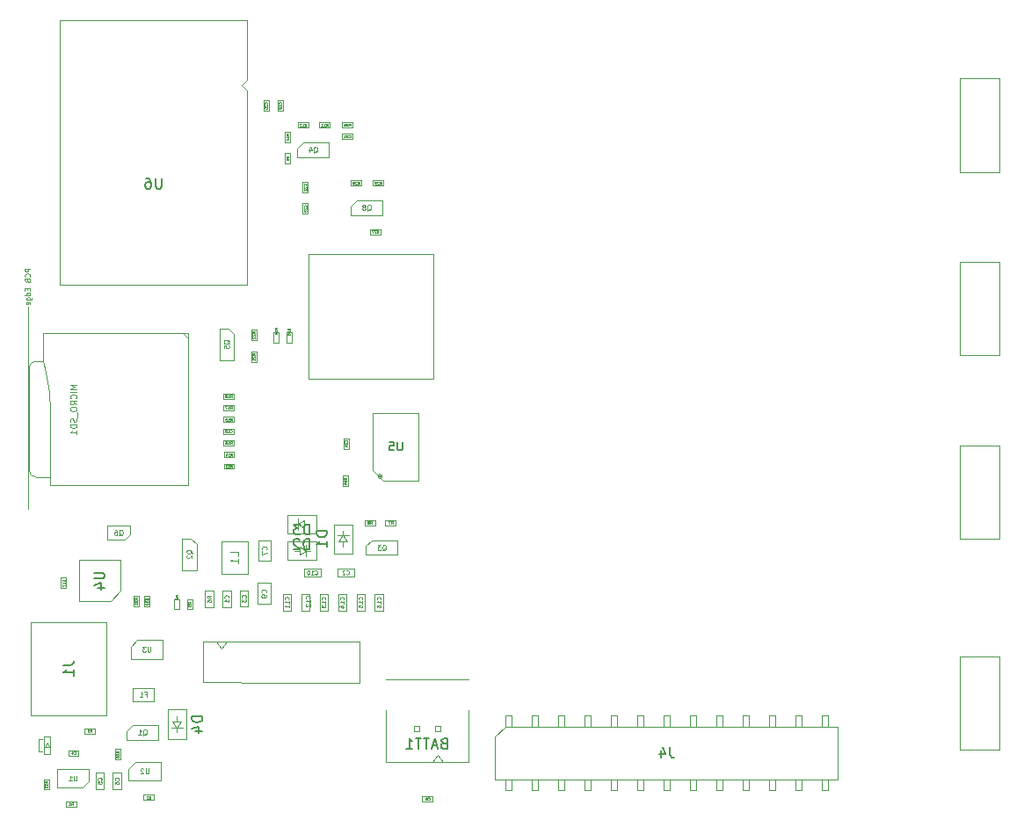
<source format=gbr>
G04 #@! TF.GenerationSoftware,KiCad,Pcbnew,(6.0.2)*
G04 #@! TF.CreationDate,2022-07-18T21:19:02-05:00*
G04 #@! TF.ProjectId,paperd_ink_rev4,70617065-7264-45f6-996e-6b5f72657634,rev?*
G04 #@! TF.SameCoordinates,Original*
G04 #@! TF.FileFunction,AssemblyDrawing,Bot*
%FSLAX46Y46*%
G04 Gerber Fmt 4.6, Leading zero omitted, Abs format (unit mm)*
G04 Created by KiCad (PCBNEW (6.0.2)) date 2022-07-18 21:19:02*
%MOMM*%
%LPD*%
G01*
G04 APERTURE LIST*
%ADD10C,0.040000*%
%ADD11C,0.150000*%
%ADD12C,0.075000*%
%ADD13C,0.060000*%
%ADD14C,0.120000*%
%ADD15C,0.080000*%
%ADD16C,0.100000*%
%ADD17C,0.125000*%
%ADD18C,0.050000*%
G04 APERTURE END LIST*
D10*
X126293095Y-93147379D02*
X126174047Y-93064046D01*
X126293095Y-93004522D02*
X126043095Y-93004522D01*
X126043095Y-93099760D01*
X126055000Y-93123570D01*
X126066904Y-93135474D01*
X126090714Y-93147379D01*
X126126428Y-93147379D01*
X126150238Y-93135474D01*
X126162142Y-93123570D01*
X126174047Y-93099760D01*
X126174047Y-93004522D01*
X126066904Y-93242617D02*
X126055000Y-93254522D01*
X126043095Y-93278332D01*
X126043095Y-93337855D01*
X126055000Y-93361665D01*
X126066904Y-93373570D01*
X126090714Y-93385474D01*
X126114523Y-93385474D01*
X126150238Y-93373570D01*
X126293095Y-93230713D01*
X126293095Y-93385474D01*
X126043095Y-93540236D02*
X126043095Y-93564046D01*
X126055000Y-93587855D01*
X126066904Y-93599760D01*
X126090714Y-93611665D01*
X126138333Y-93623570D01*
X126197857Y-93623570D01*
X126245476Y-93611665D01*
X126269285Y-93599760D01*
X126281190Y-93587855D01*
X126293095Y-93564046D01*
X126293095Y-93540236D01*
X126281190Y-93516427D01*
X126269285Y-93504522D01*
X126245476Y-93492617D01*
X126197857Y-93480713D01*
X126138333Y-93480713D01*
X126090714Y-93492617D01*
X126066904Y-93504522D01*
X126055000Y-93516427D01*
X126043095Y-93540236D01*
X125409285Y-71354285D02*
X125421190Y-71342380D01*
X125433095Y-71306666D01*
X125433095Y-71282857D01*
X125421190Y-71247142D01*
X125397380Y-71223333D01*
X125373571Y-71211428D01*
X125325952Y-71199523D01*
X125290238Y-71199523D01*
X125242619Y-71211428D01*
X125218809Y-71223333D01*
X125195000Y-71247142D01*
X125183095Y-71282857D01*
X125183095Y-71306666D01*
X125195000Y-71342380D01*
X125206904Y-71354285D01*
X125433095Y-71592380D02*
X125433095Y-71449523D01*
X125433095Y-71520952D02*
X125183095Y-71520952D01*
X125218809Y-71497142D01*
X125242619Y-71473333D01*
X125254523Y-71449523D01*
X125433095Y-71711428D02*
X125433095Y-71759047D01*
X125421190Y-71782857D01*
X125409285Y-71794761D01*
X125373571Y-71818571D01*
X125325952Y-71830476D01*
X125230714Y-71830476D01*
X125206904Y-71818571D01*
X125195000Y-71806666D01*
X125183095Y-71782857D01*
X125183095Y-71735238D01*
X125195000Y-71711428D01*
X125206904Y-71699523D01*
X125230714Y-71687619D01*
X125290238Y-71687619D01*
X125314047Y-71699523D01*
X125325952Y-71711428D01*
X125337857Y-71735238D01*
X125337857Y-71782857D01*
X125325952Y-71806666D01*
X125314047Y-71818571D01*
X125290238Y-71830476D01*
D11*
X129817380Y-112531904D02*
X128817380Y-112531904D01*
X128817380Y-112770000D01*
X128865000Y-112912857D01*
X128960238Y-113008095D01*
X129055476Y-113055714D01*
X129245952Y-113103333D01*
X129388809Y-113103333D01*
X129579285Y-113055714D01*
X129674523Y-113008095D01*
X129769761Y-112912857D01*
X129817380Y-112770000D01*
X129817380Y-112531904D01*
X129817380Y-114055714D02*
X129817380Y-113484285D01*
X129817380Y-113770000D02*
X128817380Y-113770000D01*
X128960238Y-113674761D01*
X129055476Y-113579523D01*
X129103095Y-113484285D01*
D12*
X128527619Y-76063809D02*
X128575238Y-76040000D01*
X128622857Y-75992380D01*
X128694285Y-75920952D01*
X128741904Y-75897142D01*
X128789523Y-75897142D01*
X128765714Y-76016190D02*
X128813333Y-75992380D01*
X128860952Y-75944761D01*
X128884761Y-75849523D01*
X128884761Y-75682857D01*
X128860952Y-75587619D01*
X128813333Y-75540000D01*
X128765714Y-75516190D01*
X128670476Y-75516190D01*
X128622857Y-75540000D01*
X128575238Y-75587619D01*
X128551428Y-75682857D01*
X128551428Y-75849523D01*
X128575238Y-75944761D01*
X128622857Y-75992380D01*
X128670476Y-76016190D01*
X128765714Y-76016190D01*
X128122857Y-75682857D02*
X128122857Y-76016190D01*
X128241904Y-75492380D02*
X128360952Y-75849523D01*
X128051428Y-75849523D01*
D13*
X134982857Y-119125357D02*
X135001904Y-119106309D01*
X135020952Y-119049166D01*
X135020952Y-119011071D01*
X135001904Y-118953928D01*
X134963809Y-118915833D01*
X134925714Y-118896785D01*
X134849523Y-118877738D01*
X134792380Y-118877738D01*
X134716190Y-118896785D01*
X134678095Y-118915833D01*
X134640000Y-118953928D01*
X134620952Y-119011071D01*
X134620952Y-119049166D01*
X134640000Y-119106309D01*
X134659047Y-119125357D01*
X135020952Y-119506309D02*
X135020952Y-119277738D01*
X135020952Y-119392023D02*
X134620952Y-119392023D01*
X134678095Y-119353928D01*
X134716190Y-119315833D01*
X134735238Y-119277738D01*
X134620952Y-119849166D02*
X134620952Y-119772976D01*
X134640000Y-119734880D01*
X134659047Y-119715833D01*
X134716190Y-119677738D01*
X134792380Y-119658690D01*
X134944761Y-119658690D01*
X134982857Y-119677738D01*
X135001904Y-119696785D01*
X135020952Y-119734880D01*
X135020952Y-119811071D01*
X135001904Y-119849166D01*
X134982857Y-119868214D01*
X134944761Y-119887261D01*
X134849523Y-119887261D01*
X134811428Y-119868214D01*
X134792380Y-119849166D01*
X134773333Y-119811071D01*
X134773333Y-119734880D01*
X134792380Y-119696785D01*
X134811428Y-119677738D01*
X134849523Y-119658690D01*
D11*
X128178095Y-112872380D02*
X128178095Y-111872380D01*
X127940000Y-111872380D01*
X127797142Y-111920000D01*
X127701904Y-112015238D01*
X127654285Y-112110476D01*
X127606666Y-112300952D01*
X127606666Y-112443809D01*
X127654285Y-112634285D01*
X127701904Y-112729523D01*
X127797142Y-112824761D01*
X127940000Y-112872380D01*
X128178095Y-112872380D01*
X127273333Y-111872380D02*
X126654285Y-111872380D01*
X126987619Y-112253333D01*
X126844761Y-112253333D01*
X126749523Y-112300952D01*
X126701904Y-112348571D01*
X126654285Y-112443809D01*
X126654285Y-112681904D01*
X126701904Y-112777142D01*
X126749523Y-112824761D01*
X126844761Y-112872380D01*
X127130476Y-112872380D01*
X127225714Y-112824761D01*
X127273333Y-112777142D01*
D13*
X118680952Y-118983333D02*
X118490476Y-118850000D01*
X118680952Y-118754761D02*
X118280952Y-118754761D01*
X118280952Y-118907142D01*
X118300000Y-118945238D01*
X118319047Y-118964285D01*
X118357142Y-118983333D01*
X118414285Y-118983333D01*
X118452380Y-118964285D01*
X118471428Y-118945238D01*
X118490476Y-118907142D01*
X118490476Y-118754761D01*
X118280952Y-119326190D02*
X118280952Y-119250000D01*
X118300000Y-119211904D01*
X118319047Y-119192857D01*
X118376190Y-119154761D01*
X118452380Y-119135714D01*
X118604761Y-119135714D01*
X118642857Y-119154761D01*
X118661904Y-119173809D01*
X118680952Y-119211904D01*
X118680952Y-119288095D01*
X118661904Y-119326190D01*
X118642857Y-119345238D01*
X118604761Y-119364285D01*
X118509523Y-119364285D01*
X118471428Y-119345238D01*
X118452380Y-119326190D01*
X118433333Y-119288095D01*
X118433333Y-119211904D01*
X118452380Y-119173809D01*
X118471428Y-119154761D01*
X118509523Y-119135714D01*
D10*
X126143095Y-76533333D02*
X126024047Y-76450000D01*
X126143095Y-76390476D02*
X125893095Y-76390476D01*
X125893095Y-76485714D01*
X125905000Y-76509523D01*
X125916904Y-76521428D01*
X125940714Y-76533333D01*
X125976428Y-76533333D01*
X126000238Y-76521428D01*
X126012142Y-76509523D01*
X126024047Y-76485714D01*
X126024047Y-76390476D01*
X126143095Y-76652380D02*
X126143095Y-76700000D01*
X126131190Y-76723809D01*
X126119285Y-76735714D01*
X126083571Y-76759523D01*
X126035952Y-76771428D01*
X125940714Y-76771428D01*
X125916904Y-76759523D01*
X125905000Y-76747619D01*
X125893095Y-76723809D01*
X125893095Y-76676190D01*
X125905000Y-76652380D01*
X125916904Y-76640476D01*
X125940714Y-76628571D01*
X126000238Y-76628571D01*
X126024047Y-76640476D01*
X126035952Y-76652380D01*
X126047857Y-76676190D01*
X126047857Y-76723809D01*
X126035952Y-76747619D01*
X126024047Y-76759523D01*
X126000238Y-76771428D01*
X126143095Y-74384285D02*
X126024047Y-74300952D01*
X126143095Y-74241428D02*
X125893095Y-74241428D01*
X125893095Y-74336666D01*
X125905000Y-74360476D01*
X125916904Y-74372380D01*
X125940714Y-74384285D01*
X125976428Y-74384285D01*
X126000238Y-74372380D01*
X126012142Y-74360476D01*
X126024047Y-74336666D01*
X126024047Y-74241428D01*
X126143095Y-74622380D02*
X126143095Y-74479523D01*
X126143095Y-74550952D02*
X125893095Y-74550952D01*
X125928809Y-74527142D01*
X125952619Y-74503333D01*
X125964523Y-74479523D01*
X125893095Y-74777142D02*
X125893095Y-74800952D01*
X125905000Y-74824761D01*
X125916904Y-74836666D01*
X125940714Y-74848571D01*
X125988333Y-74860476D01*
X126047857Y-74860476D01*
X126095476Y-74848571D01*
X126119285Y-74836666D01*
X126131190Y-74824761D01*
X126143095Y-74800952D01*
X126143095Y-74777142D01*
X126131190Y-74753333D01*
X126119285Y-74741428D01*
X126095476Y-74729523D01*
X126047857Y-74717619D01*
X125988333Y-74717619D01*
X125940714Y-74729523D01*
X125916904Y-74741428D01*
X125905000Y-74753333D01*
X125893095Y-74777142D01*
X125043095Y-93087379D02*
X124924047Y-93004046D01*
X125043095Y-92944522D02*
X124793095Y-92944522D01*
X124793095Y-93039760D01*
X124805000Y-93063570D01*
X124816904Y-93075474D01*
X124840714Y-93087379D01*
X124876428Y-93087379D01*
X124900238Y-93075474D01*
X124912142Y-93063570D01*
X124924047Y-93039760D01*
X124924047Y-92944522D01*
X125043095Y-93325474D02*
X125043095Y-93182617D01*
X125043095Y-93254046D02*
X124793095Y-93254046D01*
X124828809Y-93230236D01*
X124852619Y-93206427D01*
X124864523Y-93182617D01*
X125043095Y-93444522D02*
X125043095Y-93492141D01*
X125031190Y-93515951D01*
X125019285Y-93527855D01*
X124983571Y-93551665D01*
X124935952Y-93563570D01*
X124840714Y-93563570D01*
X124816904Y-93551665D01*
X124805000Y-93539760D01*
X124793095Y-93515951D01*
X124793095Y-93468332D01*
X124805000Y-93444522D01*
X124816904Y-93432617D01*
X124840714Y-93420713D01*
X124900238Y-93420713D01*
X124924047Y-93432617D01*
X124935952Y-93444522D01*
X124947857Y-93468332D01*
X124947857Y-93515951D01*
X124935952Y-93539760D01*
X124924047Y-93551665D01*
X124900238Y-93563570D01*
D11*
X141060238Y-132948571D02*
X140917380Y-132996190D01*
X140869761Y-133043809D01*
X140822142Y-133139047D01*
X140822142Y-133281904D01*
X140869761Y-133377142D01*
X140917380Y-133424761D01*
X141012619Y-133472380D01*
X141393571Y-133472380D01*
X141393571Y-132472380D01*
X141060238Y-132472380D01*
X140965000Y-132520000D01*
X140917380Y-132567619D01*
X140869761Y-132662857D01*
X140869761Y-132758095D01*
X140917380Y-132853333D01*
X140965000Y-132900952D01*
X141060238Y-132948571D01*
X141393571Y-132948571D01*
X140441190Y-133186666D02*
X139965000Y-133186666D01*
X140536428Y-133472380D02*
X140203095Y-132472380D01*
X139869761Y-133472380D01*
X139679285Y-132472380D02*
X139107857Y-132472380D01*
X139393571Y-133472380D02*
X139393571Y-132472380D01*
X138917380Y-132472380D02*
X138345952Y-132472380D01*
X138631666Y-133472380D02*
X138631666Y-132472380D01*
X137488809Y-133472380D02*
X138060238Y-133472380D01*
X137774523Y-133472380D02*
X137774523Y-132472380D01*
X137869761Y-132615238D01*
X137965000Y-132710476D01*
X138060238Y-132758095D01*
D13*
X128672142Y-116662857D02*
X128691190Y-116681904D01*
X128748333Y-116700952D01*
X128786428Y-116700952D01*
X128843571Y-116681904D01*
X128881666Y-116643809D01*
X128900714Y-116605714D01*
X128919761Y-116529523D01*
X128919761Y-116472380D01*
X128900714Y-116396190D01*
X128881666Y-116358095D01*
X128843571Y-116320000D01*
X128786428Y-116300952D01*
X128748333Y-116300952D01*
X128691190Y-116320000D01*
X128672142Y-116339047D01*
X128291190Y-116700952D02*
X128519761Y-116700952D01*
X128405476Y-116700952D02*
X128405476Y-116300952D01*
X128443571Y-116358095D01*
X128481666Y-116396190D01*
X128519761Y-116415238D01*
X128043571Y-116300952D02*
X128005476Y-116300952D01*
X127967380Y-116320000D01*
X127948333Y-116339047D01*
X127929285Y-116377142D01*
X127910238Y-116453333D01*
X127910238Y-116548571D01*
X127929285Y-116624761D01*
X127948333Y-116662857D01*
X127967380Y-116681904D01*
X128005476Y-116700952D01*
X128043571Y-116700952D01*
X128081666Y-116681904D01*
X128100714Y-116662857D01*
X128119761Y-116624761D01*
X128138809Y-116548571D01*
X128138809Y-116453333D01*
X128119761Y-116377142D01*
X128100714Y-116339047D01*
X128081666Y-116320000D01*
X128043571Y-116300952D01*
D10*
X124059285Y-71354285D02*
X124071190Y-71342380D01*
X124083095Y-71306666D01*
X124083095Y-71282857D01*
X124071190Y-71247142D01*
X124047380Y-71223333D01*
X124023571Y-71211428D01*
X123975952Y-71199523D01*
X123940238Y-71199523D01*
X123892619Y-71211428D01*
X123868809Y-71223333D01*
X123845000Y-71247142D01*
X123833095Y-71282857D01*
X123833095Y-71306666D01*
X123845000Y-71342380D01*
X123856904Y-71354285D01*
X123856904Y-71449523D02*
X123845000Y-71461428D01*
X123833095Y-71485238D01*
X123833095Y-71544761D01*
X123845000Y-71568571D01*
X123856904Y-71580476D01*
X123880714Y-71592380D01*
X123904523Y-71592380D01*
X123940238Y-71580476D01*
X124083095Y-71437619D01*
X124083095Y-71592380D01*
X123833095Y-71747142D02*
X123833095Y-71770952D01*
X123845000Y-71794761D01*
X123856904Y-71806666D01*
X123880714Y-71818571D01*
X123928333Y-71830476D01*
X123987857Y-71830476D01*
X124035476Y-71818571D01*
X124059285Y-71806666D01*
X124071190Y-71794761D01*
X124083095Y-71770952D01*
X124083095Y-71747142D01*
X124071190Y-71723333D01*
X124059285Y-71711428D01*
X124035476Y-71699523D01*
X123987857Y-71687619D01*
X123928333Y-71687619D01*
X123880714Y-71699523D01*
X123856904Y-71711428D01*
X123845000Y-71723333D01*
X123833095Y-71747142D01*
D14*
X121311904Y-114946666D02*
X121311904Y-114565714D01*
X120511904Y-114565714D01*
X121311904Y-115632380D02*
X121311904Y-115175238D01*
X121311904Y-115403809D02*
X120511904Y-115403809D01*
X120626190Y-115327619D01*
X120702380Y-115251428D01*
X120740476Y-115175238D01*
D11*
X113891904Y-78522380D02*
X113891904Y-79331904D01*
X113844285Y-79427142D01*
X113796666Y-79474761D01*
X113701428Y-79522380D01*
X113510952Y-79522380D01*
X113415714Y-79474761D01*
X113368095Y-79427142D01*
X113320476Y-79331904D01*
X113320476Y-78522380D01*
X112415714Y-78522380D02*
X112606190Y-78522380D01*
X112701428Y-78570000D01*
X112749047Y-78617619D01*
X112844285Y-78760476D01*
X112891904Y-78950952D01*
X112891904Y-79331904D01*
X112844285Y-79427142D01*
X112796666Y-79474761D01*
X112701428Y-79522380D01*
X112510952Y-79522380D01*
X112415714Y-79474761D01*
X112368095Y-79427142D01*
X112320476Y-79331904D01*
X112320476Y-79093809D01*
X112368095Y-78998571D01*
X112415714Y-78950952D01*
X112510952Y-78903333D01*
X112701428Y-78903333D01*
X112796666Y-78950952D01*
X112844285Y-78998571D01*
X112891904Y-79093809D01*
D13*
X131696666Y-116662857D02*
X131715714Y-116681904D01*
X131772857Y-116700952D01*
X131810952Y-116700952D01*
X131868095Y-116681904D01*
X131906190Y-116643809D01*
X131925238Y-116605714D01*
X131944285Y-116529523D01*
X131944285Y-116472380D01*
X131925238Y-116396190D01*
X131906190Y-116358095D01*
X131868095Y-116320000D01*
X131810952Y-116300952D01*
X131772857Y-116300952D01*
X131715714Y-116320000D01*
X131696666Y-116339047D01*
X131544285Y-116339047D02*
X131525238Y-116320000D01*
X131487142Y-116300952D01*
X131391904Y-116300952D01*
X131353809Y-116320000D01*
X131334761Y-116339047D01*
X131315714Y-116377142D01*
X131315714Y-116415238D01*
X131334761Y-116472380D01*
X131563333Y-116700952D01*
X131315714Y-116700952D01*
D15*
X123958571Y-118441666D02*
X123982380Y-118417857D01*
X124006190Y-118346428D01*
X124006190Y-118298809D01*
X123982380Y-118227380D01*
X123934761Y-118179761D01*
X123887142Y-118155952D01*
X123791904Y-118132142D01*
X123720476Y-118132142D01*
X123625238Y-118155952D01*
X123577619Y-118179761D01*
X123530000Y-118227380D01*
X123506190Y-118298809D01*
X123506190Y-118346428D01*
X123530000Y-118417857D01*
X123553809Y-118441666D01*
X124006190Y-118679761D02*
X124006190Y-118775000D01*
X123982380Y-118822619D01*
X123958571Y-118846428D01*
X123887142Y-118894047D01*
X123791904Y-118917857D01*
X123601428Y-118917857D01*
X123553809Y-118894047D01*
X123530000Y-118870238D01*
X123506190Y-118822619D01*
X123506190Y-118727380D01*
X123530000Y-118679761D01*
X123553809Y-118655952D01*
X123601428Y-118632142D01*
X123720476Y-118632142D01*
X123768095Y-118655952D01*
X123791904Y-118679761D01*
X123815714Y-118727380D01*
X123815714Y-118822619D01*
X123791904Y-118870238D01*
X123768095Y-118894047D01*
X123720476Y-118917857D01*
D10*
X116703095Y-119528333D02*
X116584047Y-119445000D01*
X116703095Y-119385476D02*
X116453095Y-119385476D01*
X116453095Y-119480714D01*
X116465000Y-119504523D01*
X116476904Y-119516428D01*
X116500714Y-119528333D01*
X116536428Y-119528333D01*
X116560238Y-119516428D01*
X116572142Y-119504523D01*
X116584047Y-119480714D01*
X116584047Y-119385476D01*
X116453095Y-119754523D02*
X116453095Y-119635476D01*
X116572142Y-119623571D01*
X116560238Y-119635476D01*
X116548333Y-119659285D01*
X116548333Y-119718809D01*
X116560238Y-119742619D01*
X116572142Y-119754523D01*
X116595952Y-119766428D01*
X116655476Y-119766428D01*
X116679285Y-119754523D01*
X116691190Y-119742619D01*
X116703095Y-119718809D01*
X116703095Y-119659285D01*
X116691190Y-119635476D01*
X116679285Y-119623571D01*
D15*
X123988571Y-114311666D02*
X124012380Y-114287857D01*
X124036190Y-114216428D01*
X124036190Y-114168809D01*
X124012380Y-114097380D01*
X123964761Y-114049761D01*
X123917142Y-114025952D01*
X123821904Y-114002142D01*
X123750476Y-114002142D01*
X123655238Y-114025952D01*
X123607619Y-114049761D01*
X123560000Y-114097380D01*
X123536190Y-114168809D01*
X123536190Y-114216428D01*
X123560000Y-114287857D01*
X123583809Y-114311666D01*
X123536190Y-114478333D02*
X123536190Y-114811666D01*
X124036190Y-114597380D01*
D12*
X135162619Y-114393809D02*
X135210238Y-114370000D01*
X135257857Y-114322380D01*
X135329285Y-114250952D01*
X135376904Y-114227142D01*
X135424523Y-114227142D01*
X135400714Y-114346190D02*
X135448333Y-114322380D01*
X135495952Y-114274761D01*
X135519761Y-114179523D01*
X135519761Y-114012857D01*
X135495952Y-113917619D01*
X135448333Y-113870000D01*
X135400714Y-113846190D01*
X135305476Y-113846190D01*
X135257857Y-113870000D01*
X135210238Y-113917619D01*
X135186428Y-114012857D01*
X135186428Y-114179523D01*
X135210238Y-114274761D01*
X135257857Y-114322380D01*
X135305476Y-114346190D01*
X135400714Y-114346190D01*
X135019761Y-113846190D02*
X134710238Y-113846190D01*
X134876904Y-114036666D01*
X134805476Y-114036666D01*
X134757857Y-114060476D01*
X134734047Y-114084285D01*
X134710238Y-114131904D01*
X134710238Y-114250952D01*
X134734047Y-114298571D01*
X134757857Y-114322380D01*
X134805476Y-114346190D01*
X134948333Y-114346190D01*
X134995952Y-114322380D01*
X135019761Y-114298571D01*
D10*
X133991666Y-111823095D02*
X134075000Y-111704047D01*
X134134523Y-111823095D02*
X134134523Y-111573095D01*
X134039285Y-111573095D01*
X134015476Y-111585000D01*
X134003571Y-111596904D01*
X133991666Y-111620714D01*
X133991666Y-111656428D01*
X134003571Y-111680238D01*
X134015476Y-111692142D01*
X134039285Y-111704047D01*
X134134523Y-111704047D01*
X133848809Y-111680238D02*
X133872619Y-111668333D01*
X133884523Y-111656428D01*
X133896428Y-111632619D01*
X133896428Y-111620714D01*
X133884523Y-111596904D01*
X133872619Y-111585000D01*
X133848809Y-111573095D01*
X133801190Y-111573095D01*
X133777380Y-111585000D01*
X133765476Y-111596904D01*
X133753571Y-111620714D01*
X133753571Y-111632619D01*
X133765476Y-111656428D01*
X133777380Y-111668333D01*
X133801190Y-111680238D01*
X133848809Y-111680238D01*
X133872619Y-111692142D01*
X133884523Y-111704047D01*
X133896428Y-111727857D01*
X133896428Y-111775476D01*
X133884523Y-111799285D01*
X133872619Y-111811190D01*
X133848809Y-111823095D01*
X133801190Y-111823095D01*
X133777380Y-111811190D01*
X133765476Y-111799285D01*
X133753571Y-111775476D01*
X133753571Y-111727857D01*
X133765476Y-111704047D01*
X133777380Y-111692142D01*
X133801190Y-111680238D01*
X135996666Y-111823095D02*
X136080000Y-111704047D01*
X136139523Y-111823095D02*
X136139523Y-111573095D01*
X136044285Y-111573095D01*
X136020476Y-111585000D01*
X136008571Y-111596904D01*
X135996666Y-111620714D01*
X135996666Y-111656428D01*
X136008571Y-111680238D01*
X136020476Y-111692142D01*
X136044285Y-111704047D01*
X136139523Y-111704047D01*
X135913333Y-111573095D02*
X135746666Y-111573095D01*
X135853809Y-111823095D01*
X127819285Y-79219285D02*
X127831190Y-79207380D01*
X127843095Y-79171666D01*
X127843095Y-79147857D01*
X127831190Y-79112142D01*
X127807380Y-79088333D01*
X127783571Y-79076428D01*
X127735952Y-79064523D01*
X127700238Y-79064523D01*
X127652619Y-79076428D01*
X127628809Y-79088333D01*
X127605000Y-79112142D01*
X127593095Y-79147857D01*
X127593095Y-79171666D01*
X127605000Y-79207380D01*
X127616904Y-79219285D01*
X127616904Y-79314523D02*
X127605000Y-79326428D01*
X127593095Y-79350238D01*
X127593095Y-79409761D01*
X127605000Y-79433571D01*
X127616904Y-79445476D01*
X127640714Y-79457380D01*
X127664523Y-79457380D01*
X127700238Y-79445476D01*
X127843095Y-79302619D01*
X127843095Y-79457380D01*
X127616904Y-79552619D02*
X127605000Y-79564523D01*
X127593095Y-79588333D01*
X127593095Y-79647857D01*
X127605000Y-79671666D01*
X127616904Y-79683571D01*
X127640714Y-79695476D01*
X127664523Y-79695476D01*
X127700238Y-79683571D01*
X127843095Y-79540714D01*
X127843095Y-79695476D01*
X127819285Y-81279285D02*
X127831190Y-81267380D01*
X127843095Y-81231666D01*
X127843095Y-81207857D01*
X127831190Y-81172142D01*
X127807380Y-81148333D01*
X127783571Y-81136428D01*
X127735952Y-81124523D01*
X127700238Y-81124523D01*
X127652619Y-81136428D01*
X127628809Y-81148333D01*
X127605000Y-81172142D01*
X127593095Y-81207857D01*
X127593095Y-81231666D01*
X127605000Y-81267380D01*
X127616904Y-81279285D01*
X127616904Y-81374523D02*
X127605000Y-81386428D01*
X127593095Y-81410238D01*
X127593095Y-81469761D01*
X127605000Y-81493571D01*
X127616904Y-81505476D01*
X127640714Y-81517380D01*
X127664523Y-81517380D01*
X127700238Y-81505476D01*
X127843095Y-81362619D01*
X127843095Y-81517380D01*
X127593095Y-81600714D02*
X127593095Y-81755476D01*
X127688333Y-81672142D01*
X127688333Y-81707857D01*
X127700238Y-81731666D01*
X127712142Y-81743571D01*
X127735952Y-81755476D01*
X127795476Y-81755476D01*
X127819285Y-81743571D01*
X127831190Y-81731666D01*
X127843095Y-81707857D01*
X127843095Y-81636428D01*
X127831190Y-81612619D01*
X127819285Y-81600714D01*
X115478095Y-118837380D02*
X115359047Y-118754047D01*
X115478095Y-118694523D02*
X115228095Y-118694523D01*
X115228095Y-118789761D01*
X115240000Y-118813570D01*
X115251904Y-118825475D01*
X115275714Y-118837380D01*
X115311428Y-118837380D01*
X115335238Y-118825475D01*
X115347142Y-118813570D01*
X115359047Y-118789761D01*
X115359047Y-118694523D01*
X115311428Y-119051666D02*
X115478095Y-119051666D01*
X115216190Y-118992142D02*
X115394761Y-118932618D01*
X115394761Y-119087380D01*
D12*
X120438809Y-94472380D02*
X120415000Y-94424761D01*
X120367380Y-94377142D01*
X120295952Y-94305714D01*
X120272142Y-94258095D01*
X120272142Y-94210476D01*
X120391190Y-94234285D02*
X120367380Y-94186666D01*
X120319761Y-94139047D01*
X120224523Y-94115238D01*
X120057857Y-94115238D01*
X119962619Y-94139047D01*
X119915000Y-94186666D01*
X119891190Y-94234285D01*
X119891190Y-94329523D01*
X119915000Y-94377142D01*
X119962619Y-94424761D01*
X120057857Y-94448571D01*
X120224523Y-94448571D01*
X120319761Y-94424761D01*
X120367380Y-94377142D01*
X120391190Y-94329523D01*
X120391190Y-94234285D01*
X119891190Y-94900952D02*
X119891190Y-94662857D01*
X120129285Y-94639047D01*
X120105476Y-94662857D01*
X120081666Y-94710476D01*
X120081666Y-94829523D01*
X120105476Y-94877142D01*
X120129285Y-94900952D01*
X120176904Y-94924761D01*
X120295952Y-94924761D01*
X120343571Y-94900952D01*
X120367380Y-94877142D01*
X120391190Y-94829523D01*
X120391190Y-94710476D01*
X120367380Y-94662857D01*
X120343571Y-94639047D01*
D10*
X122878095Y-95559285D02*
X122759047Y-95475952D01*
X122878095Y-95416428D02*
X122628095Y-95416428D01*
X122628095Y-95511666D01*
X122640000Y-95535476D01*
X122651904Y-95547380D01*
X122675714Y-95559285D01*
X122711428Y-95559285D01*
X122735238Y-95547380D01*
X122747142Y-95535476D01*
X122759047Y-95511666D01*
X122759047Y-95416428D01*
X122651904Y-95654523D02*
X122640000Y-95666428D01*
X122628095Y-95690238D01*
X122628095Y-95749761D01*
X122640000Y-95773571D01*
X122651904Y-95785476D01*
X122675714Y-95797380D01*
X122699523Y-95797380D01*
X122735238Y-95785476D01*
X122878095Y-95642619D01*
X122878095Y-95797380D01*
X122878095Y-96035476D02*
X122878095Y-95892619D01*
X122878095Y-95964047D02*
X122628095Y-95964047D01*
X122663809Y-95940238D01*
X122687619Y-95916428D01*
X122699523Y-95892619D01*
D16*
X105711428Y-98422857D02*
X105111428Y-98422857D01*
X105540000Y-98622857D01*
X105111428Y-98822857D01*
X105711428Y-98822857D01*
X105711428Y-99108571D02*
X105111428Y-99108571D01*
X105654285Y-99737142D02*
X105682857Y-99708571D01*
X105711428Y-99622857D01*
X105711428Y-99565714D01*
X105682857Y-99480000D01*
X105625714Y-99422857D01*
X105568571Y-99394285D01*
X105454285Y-99365714D01*
X105368571Y-99365714D01*
X105254285Y-99394285D01*
X105197142Y-99422857D01*
X105140000Y-99480000D01*
X105111428Y-99565714D01*
X105111428Y-99622857D01*
X105140000Y-99708571D01*
X105168571Y-99737142D01*
X105711428Y-100337142D02*
X105425714Y-100137142D01*
X105711428Y-99994285D02*
X105111428Y-99994285D01*
X105111428Y-100222857D01*
X105140000Y-100280000D01*
X105168571Y-100308571D01*
X105225714Y-100337142D01*
X105311428Y-100337142D01*
X105368571Y-100308571D01*
X105397142Y-100280000D01*
X105425714Y-100222857D01*
X105425714Y-99994285D01*
X105111428Y-100708571D02*
X105111428Y-100822857D01*
X105140000Y-100880000D01*
X105197142Y-100937142D01*
X105311428Y-100965714D01*
X105511428Y-100965714D01*
X105625714Y-100937142D01*
X105682857Y-100880000D01*
X105711428Y-100822857D01*
X105711428Y-100708571D01*
X105682857Y-100651428D01*
X105625714Y-100594285D01*
X105511428Y-100565714D01*
X105311428Y-100565714D01*
X105197142Y-100594285D01*
X105140000Y-100651428D01*
X105111428Y-100708571D01*
X105768571Y-101080000D02*
X105768571Y-101537142D01*
X105682857Y-101651428D02*
X105711428Y-101737142D01*
X105711428Y-101880000D01*
X105682857Y-101937142D01*
X105654285Y-101965714D01*
X105597142Y-101994285D01*
X105540000Y-101994285D01*
X105482857Y-101965714D01*
X105454285Y-101937142D01*
X105425714Y-101880000D01*
X105397142Y-101765714D01*
X105368571Y-101708571D01*
X105340000Y-101680000D01*
X105282857Y-101651428D01*
X105225714Y-101651428D01*
X105168571Y-101680000D01*
X105140000Y-101708571D01*
X105111428Y-101765714D01*
X105111428Y-101908571D01*
X105140000Y-101994285D01*
X105711428Y-102251428D02*
X105111428Y-102251428D01*
X105111428Y-102394285D01*
X105140000Y-102480000D01*
X105197142Y-102537142D01*
X105254285Y-102565714D01*
X105368571Y-102594285D01*
X105454285Y-102594285D01*
X105568571Y-102565714D01*
X105625714Y-102537142D01*
X105682857Y-102480000D01*
X105711428Y-102394285D01*
X105711428Y-102251428D01*
X105711428Y-103165714D02*
X105711428Y-102822857D01*
X105711428Y-102994285D02*
X105111428Y-102994285D01*
X105197142Y-102937142D01*
X105254285Y-102880000D01*
X105282857Y-102822857D01*
D17*
X101246190Y-87235714D02*
X100746190Y-87235714D01*
X100746190Y-87426190D01*
X100770000Y-87473809D01*
X100793809Y-87497619D01*
X100841428Y-87521428D01*
X100912857Y-87521428D01*
X100960476Y-87497619D01*
X100984285Y-87473809D01*
X101008095Y-87426190D01*
X101008095Y-87235714D01*
X101198571Y-88021428D02*
X101222380Y-87997619D01*
X101246190Y-87926190D01*
X101246190Y-87878571D01*
X101222380Y-87807142D01*
X101174761Y-87759523D01*
X101127142Y-87735714D01*
X101031904Y-87711904D01*
X100960476Y-87711904D01*
X100865238Y-87735714D01*
X100817619Y-87759523D01*
X100770000Y-87807142D01*
X100746190Y-87878571D01*
X100746190Y-87926190D01*
X100770000Y-87997619D01*
X100793809Y-88021428D01*
X100984285Y-88402380D02*
X101008095Y-88473809D01*
X101031904Y-88497619D01*
X101079523Y-88521428D01*
X101150952Y-88521428D01*
X101198571Y-88497619D01*
X101222380Y-88473809D01*
X101246190Y-88426190D01*
X101246190Y-88235714D01*
X100746190Y-88235714D01*
X100746190Y-88402380D01*
X100770000Y-88450000D01*
X100793809Y-88473809D01*
X100841428Y-88497619D01*
X100889047Y-88497619D01*
X100936666Y-88473809D01*
X100960476Y-88450000D01*
X100984285Y-88402380D01*
X100984285Y-88235714D01*
X100984285Y-89116666D02*
X100984285Y-89283333D01*
X101246190Y-89354761D02*
X101246190Y-89116666D01*
X100746190Y-89116666D01*
X100746190Y-89354761D01*
X101246190Y-89783333D02*
X100746190Y-89783333D01*
X101222380Y-89783333D02*
X101246190Y-89735714D01*
X101246190Y-89640476D01*
X101222380Y-89592857D01*
X101198571Y-89569047D01*
X101150952Y-89545238D01*
X101008095Y-89545238D01*
X100960476Y-89569047D01*
X100936666Y-89592857D01*
X100912857Y-89640476D01*
X100912857Y-89735714D01*
X100936666Y-89783333D01*
X100912857Y-90235714D02*
X101317619Y-90235714D01*
X101365238Y-90211904D01*
X101389047Y-90188095D01*
X101412857Y-90140476D01*
X101412857Y-90069047D01*
X101389047Y-90021428D01*
X101222380Y-90235714D02*
X101246190Y-90188095D01*
X101246190Y-90092857D01*
X101222380Y-90045238D01*
X101198571Y-90021428D01*
X101150952Y-89997619D01*
X101008095Y-89997619D01*
X100960476Y-90021428D01*
X100936666Y-90045238D01*
X100912857Y-90092857D01*
X100912857Y-90188095D01*
X100936666Y-90235714D01*
X101222380Y-90664285D02*
X101246190Y-90616666D01*
X101246190Y-90521428D01*
X101222380Y-90473809D01*
X101174761Y-90450000D01*
X100984285Y-90450000D01*
X100936666Y-90473809D01*
X100912857Y-90521428D01*
X100912857Y-90616666D01*
X100936666Y-90664285D01*
X100984285Y-90688095D01*
X101031904Y-90688095D01*
X101079523Y-90450000D01*
D10*
X120510714Y-99633095D02*
X120594047Y-99514047D01*
X120653571Y-99633095D02*
X120653571Y-99383095D01*
X120558333Y-99383095D01*
X120534523Y-99395000D01*
X120522619Y-99406904D01*
X120510714Y-99430714D01*
X120510714Y-99466428D01*
X120522619Y-99490238D01*
X120534523Y-99502142D01*
X120558333Y-99514047D01*
X120653571Y-99514047D01*
X120272619Y-99633095D02*
X120415476Y-99633095D01*
X120344047Y-99633095D02*
X120344047Y-99383095D01*
X120367857Y-99418809D01*
X120391666Y-99442619D01*
X120415476Y-99454523D01*
X120129761Y-99490238D02*
X120153571Y-99478333D01*
X120165476Y-99466428D01*
X120177380Y-99442619D01*
X120177380Y-99430714D01*
X120165476Y-99406904D01*
X120153571Y-99395000D01*
X120129761Y-99383095D01*
X120082142Y-99383095D01*
X120058333Y-99395000D01*
X120046428Y-99406904D01*
X120034523Y-99430714D01*
X120034523Y-99442619D01*
X120046428Y-99466428D01*
X120058333Y-99478333D01*
X120082142Y-99490238D01*
X120129761Y-99490238D01*
X120153571Y-99502142D01*
X120165476Y-99514047D01*
X120177380Y-99537857D01*
X120177380Y-99585476D01*
X120165476Y-99609285D01*
X120153571Y-99621190D01*
X120129761Y-99633095D01*
X120082142Y-99633095D01*
X120058333Y-99621190D01*
X120046428Y-99609285D01*
X120034523Y-99585476D01*
X120034523Y-99537857D01*
X120046428Y-99514047D01*
X120058333Y-99502142D01*
X120082142Y-99490238D01*
X120510714Y-100758761D02*
X120594047Y-100639713D01*
X120653571Y-100758761D02*
X120653571Y-100508761D01*
X120558333Y-100508761D01*
X120534523Y-100520666D01*
X120522619Y-100532570D01*
X120510714Y-100556380D01*
X120510714Y-100592094D01*
X120522619Y-100615904D01*
X120534523Y-100627808D01*
X120558333Y-100639713D01*
X120653571Y-100639713D01*
X120272619Y-100758761D02*
X120415476Y-100758761D01*
X120344047Y-100758761D02*
X120344047Y-100508761D01*
X120367857Y-100544475D01*
X120391666Y-100568285D01*
X120415476Y-100580189D01*
X120189285Y-100508761D02*
X120022619Y-100508761D01*
X120129761Y-100758761D01*
X120510714Y-104135759D02*
X120594047Y-104016711D01*
X120653571Y-104135759D02*
X120653571Y-103885759D01*
X120558333Y-103885759D01*
X120534523Y-103897664D01*
X120522619Y-103909568D01*
X120510714Y-103933378D01*
X120510714Y-103969092D01*
X120522619Y-103992902D01*
X120534523Y-104004806D01*
X120558333Y-104016711D01*
X120653571Y-104016711D01*
X120272619Y-104135759D02*
X120415476Y-104135759D01*
X120344047Y-104135759D02*
X120344047Y-103885759D01*
X120367857Y-103921473D01*
X120391666Y-103945283D01*
X120415476Y-103957187D01*
X120046428Y-103885759D02*
X120165476Y-103885759D01*
X120177380Y-104004806D01*
X120165476Y-103992902D01*
X120141666Y-103980997D01*
X120082142Y-103980997D01*
X120058333Y-103992902D01*
X120046428Y-104004806D01*
X120034523Y-104028616D01*
X120034523Y-104088140D01*
X120046428Y-104111949D01*
X120058333Y-104123854D01*
X120082142Y-104135759D01*
X120141666Y-104135759D01*
X120165476Y-104123854D01*
X120177380Y-104111949D01*
X120510714Y-101884427D02*
X120594047Y-101765379D01*
X120653571Y-101884427D02*
X120653571Y-101634427D01*
X120558333Y-101634427D01*
X120534523Y-101646332D01*
X120522619Y-101658236D01*
X120510714Y-101682046D01*
X120510714Y-101717760D01*
X120522619Y-101741570D01*
X120534523Y-101753474D01*
X120558333Y-101765379D01*
X120653571Y-101765379D01*
X120272619Y-101884427D02*
X120415476Y-101884427D01*
X120344047Y-101884427D02*
X120344047Y-101634427D01*
X120367857Y-101670141D01*
X120391666Y-101693951D01*
X120415476Y-101705855D01*
X120058333Y-101634427D02*
X120105952Y-101634427D01*
X120129761Y-101646332D01*
X120141666Y-101658236D01*
X120165476Y-101693951D01*
X120177380Y-101741570D01*
X120177380Y-101836808D01*
X120165476Y-101860617D01*
X120153571Y-101872522D01*
X120129761Y-101884427D01*
X120082142Y-101884427D01*
X120058333Y-101872522D01*
X120046428Y-101860617D01*
X120034523Y-101836808D01*
X120034523Y-101777284D01*
X120046428Y-101753474D01*
X120058333Y-101741570D01*
X120082142Y-101729665D01*
X120129761Y-101729665D01*
X120153571Y-101741570D01*
X120165476Y-101753474D01*
X120177380Y-101777284D01*
X120510714Y-102986283D02*
X120522619Y-102998188D01*
X120558333Y-103010093D01*
X120582142Y-103010093D01*
X120617857Y-102998188D01*
X120641666Y-102974378D01*
X120653571Y-102950569D01*
X120665476Y-102902950D01*
X120665476Y-102867236D01*
X120653571Y-102819617D01*
X120641666Y-102795807D01*
X120617857Y-102771998D01*
X120582142Y-102760093D01*
X120558333Y-102760093D01*
X120522619Y-102771998D01*
X120510714Y-102783902D01*
X120272619Y-103010093D02*
X120415476Y-103010093D01*
X120344047Y-103010093D02*
X120344047Y-102760093D01*
X120367857Y-102795807D01*
X120391666Y-102819617D01*
X120415476Y-102831521D01*
X120129761Y-102867236D02*
X120153571Y-102855331D01*
X120165476Y-102843426D01*
X120177380Y-102819617D01*
X120177380Y-102807712D01*
X120165476Y-102783902D01*
X120153571Y-102771998D01*
X120129761Y-102760093D01*
X120082142Y-102760093D01*
X120058333Y-102771998D01*
X120046428Y-102783902D01*
X120034523Y-102807712D01*
X120034523Y-102819617D01*
X120046428Y-102843426D01*
X120058333Y-102855331D01*
X120082142Y-102867236D01*
X120129761Y-102867236D01*
X120153571Y-102879140D01*
X120165476Y-102891045D01*
X120177380Y-102914855D01*
X120177380Y-102962474D01*
X120165476Y-102986283D01*
X120153571Y-102998188D01*
X120129761Y-103010093D01*
X120082142Y-103010093D01*
X120058333Y-102998188D01*
X120046428Y-102986283D01*
X120034523Y-102962474D01*
X120034523Y-102914855D01*
X120046428Y-102891045D01*
X120058333Y-102879140D01*
X120082142Y-102867236D01*
X120550714Y-105261425D02*
X120634047Y-105142377D01*
X120693571Y-105261425D02*
X120693571Y-105011425D01*
X120598333Y-105011425D01*
X120574523Y-105023330D01*
X120562619Y-105035234D01*
X120550714Y-105059044D01*
X120550714Y-105094758D01*
X120562619Y-105118568D01*
X120574523Y-105130472D01*
X120598333Y-105142377D01*
X120693571Y-105142377D01*
X120312619Y-105261425D02*
X120455476Y-105261425D01*
X120384047Y-105261425D02*
X120384047Y-105011425D01*
X120407857Y-105047139D01*
X120431666Y-105070949D01*
X120455476Y-105082853D01*
X120098333Y-105094758D02*
X120098333Y-105261425D01*
X120157857Y-104999520D02*
X120217380Y-105178091D01*
X120062619Y-105178091D01*
X120550714Y-106387095D02*
X120634047Y-106268047D01*
X120693571Y-106387095D02*
X120693571Y-106137095D01*
X120598333Y-106137095D01*
X120574523Y-106149000D01*
X120562619Y-106160904D01*
X120550714Y-106184714D01*
X120550714Y-106220428D01*
X120562619Y-106244238D01*
X120574523Y-106256142D01*
X120598333Y-106268047D01*
X120693571Y-106268047D01*
X120312619Y-106387095D02*
X120455476Y-106387095D01*
X120384047Y-106387095D02*
X120384047Y-106137095D01*
X120407857Y-106172809D01*
X120431666Y-106196619D01*
X120455476Y-106208523D01*
X120229285Y-106137095D02*
X120074523Y-106137095D01*
X120157857Y-106232333D01*
X120122142Y-106232333D01*
X120098333Y-106244238D01*
X120086428Y-106256142D01*
X120074523Y-106279952D01*
X120074523Y-106339476D01*
X120086428Y-106363285D01*
X120098333Y-106375190D01*
X120122142Y-106387095D01*
X120193571Y-106387095D01*
X120217380Y-106375190D01*
X120229285Y-106363285D01*
X139556666Y-138409285D02*
X139568571Y-138421190D01*
X139604285Y-138433095D01*
X139628095Y-138433095D01*
X139663809Y-138421190D01*
X139687619Y-138397380D01*
X139699523Y-138373571D01*
X139711428Y-138325952D01*
X139711428Y-138290238D01*
X139699523Y-138242619D01*
X139687619Y-138218809D01*
X139663809Y-138195000D01*
X139628095Y-138183095D01*
X139604285Y-138183095D01*
X139568571Y-138195000D01*
X139556666Y-138206904D01*
X139413809Y-138290238D02*
X139437619Y-138278333D01*
X139449523Y-138266428D01*
X139461428Y-138242619D01*
X139461428Y-138230714D01*
X139449523Y-138206904D01*
X139437619Y-138195000D01*
X139413809Y-138183095D01*
X139366190Y-138183095D01*
X139342380Y-138195000D01*
X139330476Y-138206904D01*
X139318571Y-138230714D01*
X139318571Y-138242619D01*
X139330476Y-138266428D01*
X139342380Y-138278333D01*
X139366190Y-138290238D01*
X139413809Y-138290238D01*
X139437619Y-138302142D01*
X139449523Y-138314047D01*
X139461428Y-138337857D01*
X139461428Y-138385476D01*
X139449523Y-138409285D01*
X139437619Y-138421190D01*
X139413809Y-138433095D01*
X139366190Y-138433095D01*
X139342380Y-138421190D01*
X139330476Y-138409285D01*
X139318571Y-138385476D01*
X139318571Y-138337857D01*
X139330476Y-138314047D01*
X139342380Y-138302142D01*
X139366190Y-138290238D01*
D12*
X112112619Y-132193809D02*
X112160238Y-132170000D01*
X112207857Y-132122380D01*
X112279285Y-132050952D01*
X112326904Y-132027142D01*
X112374523Y-132027142D01*
X112350714Y-132146190D02*
X112398333Y-132122380D01*
X112445952Y-132074761D01*
X112469761Y-131979523D01*
X112469761Y-131812857D01*
X112445952Y-131717619D01*
X112398333Y-131670000D01*
X112350714Y-131646190D01*
X112255476Y-131646190D01*
X112207857Y-131670000D01*
X112160238Y-131717619D01*
X112136428Y-131812857D01*
X112136428Y-131979523D01*
X112160238Y-132074761D01*
X112207857Y-132122380D01*
X112255476Y-132146190D01*
X112350714Y-132146190D01*
X111660238Y-132146190D02*
X111945952Y-132146190D01*
X111803095Y-132146190D02*
X111803095Y-131646190D01*
X111850714Y-131717619D01*
X111898333Y-131765238D01*
X111945952Y-131789047D01*
D10*
X105201666Y-138943095D02*
X105285000Y-138824047D01*
X105344523Y-138943095D02*
X105344523Y-138693095D01*
X105249285Y-138693095D01*
X105225476Y-138705000D01*
X105213571Y-138716904D01*
X105201666Y-138740714D01*
X105201666Y-138776428D01*
X105213571Y-138800238D01*
X105225476Y-138812142D01*
X105249285Y-138824047D01*
X105344523Y-138824047D01*
X104963571Y-138943095D02*
X105106428Y-138943095D01*
X105035000Y-138943095D02*
X105035000Y-138693095D01*
X105058809Y-138728809D01*
X105082619Y-138752619D01*
X105106428Y-138764523D01*
X112701666Y-138293095D02*
X112785000Y-138174047D01*
X112844523Y-138293095D02*
X112844523Y-138043095D01*
X112749285Y-138043095D01*
X112725476Y-138055000D01*
X112713571Y-138066904D01*
X112701666Y-138090714D01*
X112701666Y-138126428D01*
X112713571Y-138150238D01*
X112725476Y-138162142D01*
X112749285Y-138174047D01*
X112844523Y-138174047D01*
X112606428Y-138066904D02*
X112594523Y-138055000D01*
X112570714Y-138043095D01*
X112511190Y-138043095D01*
X112487380Y-138055000D01*
X112475476Y-138066904D01*
X112463571Y-138090714D01*
X112463571Y-138114523D01*
X112475476Y-138150238D01*
X112618333Y-138293095D01*
X112463571Y-138293095D01*
D12*
X112648952Y-135376190D02*
X112648952Y-135780952D01*
X112625142Y-135828571D01*
X112601333Y-135852380D01*
X112553714Y-135876190D01*
X112458476Y-135876190D01*
X112410857Y-135852380D01*
X112387047Y-135828571D01*
X112363238Y-135780952D01*
X112363238Y-135376190D01*
X112148952Y-135423809D02*
X112125142Y-135400000D01*
X112077523Y-135376190D01*
X111958476Y-135376190D01*
X111910857Y-135400000D01*
X111887047Y-135423809D01*
X111863238Y-135471428D01*
X111863238Y-135519047D01*
X111887047Y-135590476D01*
X112172761Y-135876190D01*
X111863238Y-135876190D01*
X112840952Y-123646190D02*
X112840952Y-124050952D01*
X112817142Y-124098571D01*
X112793333Y-124122380D01*
X112745714Y-124146190D01*
X112650476Y-124146190D01*
X112602857Y-124122380D01*
X112579047Y-124098571D01*
X112555238Y-124050952D01*
X112555238Y-123646190D01*
X112364761Y-123646190D02*
X112055238Y-123646190D01*
X112221904Y-123836666D01*
X112150476Y-123836666D01*
X112102857Y-123860476D01*
X112079047Y-123884285D01*
X112055238Y-123931904D01*
X112055238Y-124050952D01*
X112079047Y-124098571D01*
X112102857Y-124122380D01*
X112150476Y-124146190D01*
X112293333Y-124146190D01*
X112340952Y-124122380D01*
X112364761Y-124098571D01*
D10*
X105451666Y-133969285D02*
X105463571Y-133981190D01*
X105499285Y-133993095D01*
X105523095Y-133993095D01*
X105558809Y-133981190D01*
X105582619Y-133957380D01*
X105594523Y-133933571D01*
X105606428Y-133885952D01*
X105606428Y-133850238D01*
X105594523Y-133802619D01*
X105582619Y-133778809D01*
X105558809Y-133755000D01*
X105523095Y-133743095D01*
X105499285Y-133743095D01*
X105463571Y-133755000D01*
X105451666Y-133766904D01*
X105237380Y-133826428D02*
X105237380Y-133993095D01*
X105296904Y-133731190D02*
X105356428Y-133909761D01*
X105201666Y-133909761D01*
D13*
X108092857Y-136513333D02*
X108111904Y-136494285D01*
X108130952Y-136437142D01*
X108130952Y-136399047D01*
X108111904Y-136341904D01*
X108073809Y-136303809D01*
X108035714Y-136284761D01*
X107959523Y-136265714D01*
X107902380Y-136265714D01*
X107826190Y-136284761D01*
X107788095Y-136303809D01*
X107750000Y-136341904D01*
X107730952Y-136399047D01*
X107730952Y-136437142D01*
X107750000Y-136494285D01*
X107769047Y-136513333D01*
X107730952Y-136875238D02*
X107730952Y-136684761D01*
X107921428Y-136665714D01*
X107902380Y-136684761D01*
X107883333Y-136722857D01*
X107883333Y-136818095D01*
X107902380Y-136856190D01*
X107921428Y-136875238D01*
X107959523Y-136894285D01*
X108054761Y-136894285D01*
X108092857Y-136875238D01*
X108111904Y-136856190D01*
X108130952Y-136818095D01*
X108130952Y-136722857D01*
X108111904Y-136684761D01*
X108092857Y-136665714D01*
X109752857Y-136513333D02*
X109771904Y-136494285D01*
X109790952Y-136437142D01*
X109790952Y-136399047D01*
X109771904Y-136341904D01*
X109733809Y-136303809D01*
X109695714Y-136284761D01*
X109619523Y-136265714D01*
X109562380Y-136265714D01*
X109486190Y-136284761D01*
X109448095Y-136303809D01*
X109410000Y-136341904D01*
X109390952Y-136399047D01*
X109390952Y-136437142D01*
X109410000Y-136494285D01*
X109429047Y-136513333D01*
X109390952Y-136856190D02*
X109390952Y-136780000D01*
X109410000Y-136741904D01*
X109429047Y-136722857D01*
X109486190Y-136684761D01*
X109562380Y-136665714D01*
X109714761Y-136665714D01*
X109752857Y-136684761D01*
X109771904Y-136703809D01*
X109790952Y-136741904D01*
X109790952Y-136818095D01*
X109771904Y-136856190D01*
X109752857Y-136875238D01*
X109714761Y-136894285D01*
X109619523Y-136894285D01*
X109581428Y-136875238D01*
X109562380Y-136856190D01*
X109543333Y-136818095D01*
X109543333Y-136741904D01*
X109562380Y-136703809D01*
X109581428Y-136684761D01*
X109619523Y-136665714D01*
D11*
X117817380Y-130381904D02*
X116817380Y-130381904D01*
X116817380Y-130620000D01*
X116865000Y-130762857D01*
X116960238Y-130858095D01*
X117055476Y-130905714D01*
X117245952Y-130953333D01*
X117388809Y-130953333D01*
X117579285Y-130905714D01*
X117674523Y-130858095D01*
X117769761Y-130762857D01*
X117817380Y-130620000D01*
X117817380Y-130381904D01*
X117150714Y-131810476D02*
X117817380Y-131810476D01*
X116769761Y-131572380D02*
X117484047Y-131334285D01*
X117484047Y-131953333D01*
X104412380Y-125446666D02*
X105126666Y-125446666D01*
X105269523Y-125399047D01*
X105364761Y-125303809D01*
X105412380Y-125160952D01*
X105412380Y-125065714D01*
X105412380Y-126446666D02*
X105412380Y-125875238D01*
X105412380Y-126160952D02*
X104412380Y-126160952D01*
X104555238Y-126065714D01*
X104650476Y-125970476D01*
X104698095Y-125875238D01*
D12*
X105740952Y-136076190D02*
X105740952Y-136480952D01*
X105717142Y-136528571D01*
X105693333Y-136552380D01*
X105645714Y-136576190D01*
X105550476Y-136576190D01*
X105502857Y-136552380D01*
X105479047Y-136528571D01*
X105455238Y-136480952D01*
X105455238Y-136076190D01*
X104955238Y-136576190D02*
X105240952Y-136576190D01*
X105098095Y-136576190D02*
X105098095Y-136076190D01*
X105145714Y-136147619D01*
X105193333Y-136195238D01*
X105240952Y-136219047D01*
D11*
X107412380Y-116518095D02*
X108221904Y-116518095D01*
X108317142Y-116565714D01*
X108364761Y-116613333D01*
X108412380Y-116708571D01*
X108412380Y-116899047D01*
X108364761Y-116994285D01*
X108317142Y-117041904D01*
X108221904Y-117089523D01*
X107412380Y-117089523D01*
X107745714Y-117994285D02*
X108412380Y-117994285D01*
X107364761Y-117756190D02*
X108079047Y-117518095D01*
X108079047Y-118137142D01*
D12*
X109793619Y-112955809D02*
X109841238Y-112932000D01*
X109888857Y-112884380D01*
X109960285Y-112812952D01*
X110007904Y-112789142D01*
X110055523Y-112789142D01*
X110031714Y-112908190D02*
X110079333Y-112884380D01*
X110126952Y-112836761D01*
X110150761Y-112741523D01*
X110150761Y-112574857D01*
X110126952Y-112479619D01*
X110079333Y-112432000D01*
X110031714Y-112408190D01*
X109936476Y-112408190D01*
X109888857Y-112432000D01*
X109841238Y-112479619D01*
X109817428Y-112574857D01*
X109817428Y-112741523D01*
X109841238Y-112836761D01*
X109888857Y-112884380D01*
X109936476Y-112908190D01*
X110031714Y-112908190D01*
X109388857Y-112408190D02*
X109484095Y-112408190D01*
X109531714Y-112432000D01*
X109555523Y-112455809D01*
X109603142Y-112527238D01*
X109626952Y-112622476D01*
X109626952Y-112812952D01*
X109603142Y-112860571D01*
X109579333Y-112884380D01*
X109531714Y-112908190D01*
X109436476Y-112908190D01*
X109388857Y-112884380D01*
X109365047Y-112860571D01*
X109341238Y-112812952D01*
X109341238Y-112693904D01*
X109365047Y-112646285D01*
X109388857Y-112622476D01*
X109436476Y-112598666D01*
X109531714Y-112598666D01*
X109579333Y-112622476D01*
X109603142Y-112646285D01*
X109626952Y-112693904D01*
D10*
X104549285Y-117359285D02*
X104561190Y-117347380D01*
X104573095Y-117311666D01*
X104573095Y-117287857D01*
X104561190Y-117252142D01*
X104537380Y-117228333D01*
X104513571Y-117216428D01*
X104465952Y-117204523D01*
X104430238Y-117204523D01*
X104382619Y-117216428D01*
X104358809Y-117228333D01*
X104335000Y-117252142D01*
X104323095Y-117287857D01*
X104323095Y-117311666D01*
X104335000Y-117347380D01*
X104346904Y-117359285D01*
X104573095Y-117597380D02*
X104573095Y-117454523D01*
X104573095Y-117525952D02*
X104323095Y-117525952D01*
X104358809Y-117502142D01*
X104382619Y-117478333D01*
X104394523Y-117454523D01*
X104323095Y-117680714D02*
X104323095Y-117847380D01*
X104573095Y-117740238D01*
X131950714Y-74579285D02*
X131962619Y-74591190D01*
X131998333Y-74603095D01*
X132022142Y-74603095D01*
X132057857Y-74591190D01*
X132081666Y-74567380D01*
X132093571Y-74543571D01*
X132105476Y-74495952D01*
X132105476Y-74460238D01*
X132093571Y-74412619D01*
X132081666Y-74388809D01*
X132057857Y-74365000D01*
X132022142Y-74353095D01*
X131998333Y-74353095D01*
X131962619Y-74365000D01*
X131950714Y-74376904D01*
X131855476Y-74376904D02*
X131843571Y-74365000D01*
X131819761Y-74353095D01*
X131760238Y-74353095D01*
X131736428Y-74365000D01*
X131724523Y-74376904D01*
X131712619Y-74400714D01*
X131712619Y-74424523D01*
X131724523Y-74460238D01*
X131867380Y-74603095D01*
X131712619Y-74603095D01*
X131474523Y-74603095D02*
X131617380Y-74603095D01*
X131545952Y-74603095D02*
X131545952Y-74353095D01*
X131569761Y-74388809D01*
X131593571Y-74412619D01*
X131617380Y-74424523D01*
X127695714Y-73513095D02*
X127779047Y-73394047D01*
X127838571Y-73513095D02*
X127838571Y-73263095D01*
X127743333Y-73263095D01*
X127719523Y-73275000D01*
X127707619Y-73286904D01*
X127695714Y-73310714D01*
X127695714Y-73346428D01*
X127707619Y-73370238D01*
X127719523Y-73382142D01*
X127743333Y-73394047D01*
X127838571Y-73394047D01*
X127457619Y-73513095D02*
X127600476Y-73513095D01*
X127529047Y-73513095D02*
X127529047Y-73263095D01*
X127552857Y-73298809D01*
X127576666Y-73322619D01*
X127600476Y-73334523D01*
X127362380Y-73286904D02*
X127350476Y-73275000D01*
X127326666Y-73263095D01*
X127267142Y-73263095D01*
X127243333Y-73275000D01*
X127231428Y-73286904D01*
X127219523Y-73310714D01*
X127219523Y-73334523D01*
X127231428Y-73370238D01*
X127374285Y-73513095D01*
X127219523Y-73513095D01*
X132780714Y-79103095D02*
X132864047Y-78984047D01*
X132923571Y-79103095D02*
X132923571Y-78853095D01*
X132828333Y-78853095D01*
X132804523Y-78865000D01*
X132792619Y-78876904D01*
X132780714Y-78900714D01*
X132780714Y-78936428D01*
X132792619Y-78960238D01*
X132804523Y-78972142D01*
X132828333Y-78984047D01*
X132923571Y-78984047D01*
X132685476Y-78876904D02*
X132673571Y-78865000D01*
X132649761Y-78853095D01*
X132590238Y-78853095D01*
X132566428Y-78865000D01*
X132554523Y-78876904D01*
X132542619Y-78900714D01*
X132542619Y-78924523D01*
X132554523Y-78960238D01*
X132697380Y-79103095D01*
X132542619Y-79103095D01*
X132399761Y-78960238D02*
X132423571Y-78948333D01*
X132435476Y-78936428D01*
X132447380Y-78912619D01*
X132447380Y-78900714D01*
X132435476Y-78876904D01*
X132423571Y-78865000D01*
X132399761Y-78853095D01*
X132352142Y-78853095D01*
X132328333Y-78865000D01*
X132316428Y-78876904D01*
X132304523Y-78900714D01*
X132304523Y-78912619D01*
X132316428Y-78936428D01*
X132328333Y-78948333D01*
X132352142Y-78960238D01*
X132399761Y-78960238D01*
X132423571Y-78972142D01*
X132435476Y-78984047D01*
X132447380Y-79007857D01*
X132447380Y-79055476D01*
X132435476Y-79079285D01*
X132423571Y-79091190D01*
X132399761Y-79103095D01*
X132352142Y-79103095D01*
X132328333Y-79091190D01*
X132316428Y-79079285D01*
X132304523Y-79055476D01*
X132304523Y-79007857D01*
X132316428Y-78984047D01*
X132328333Y-78972142D01*
X132352142Y-78960238D01*
D12*
X133697619Y-81643809D02*
X133745238Y-81620000D01*
X133792857Y-81572380D01*
X133864285Y-81500952D01*
X133911904Y-81477142D01*
X133959523Y-81477142D01*
X133935714Y-81596190D02*
X133983333Y-81572380D01*
X134030952Y-81524761D01*
X134054761Y-81429523D01*
X134054761Y-81262857D01*
X134030952Y-81167619D01*
X133983333Y-81120000D01*
X133935714Y-81096190D01*
X133840476Y-81096190D01*
X133792857Y-81120000D01*
X133745238Y-81167619D01*
X133721428Y-81262857D01*
X133721428Y-81429523D01*
X133745238Y-81524761D01*
X133792857Y-81572380D01*
X133840476Y-81596190D01*
X133935714Y-81596190D01*
X133435714Y-81310476D02*
X133483333Y-81286666D01*
X133507142Y-81262857D01*
X133530952Y-81215238D01*
X133530952Y-81191428D01*
X133507142Y-81143809D01*
X133483333Y-81120000D01*
X133435714Y-81096190D01*
X133340476Y-81096190D01*
X133292857Y-81120000D01*
X133269047Y-81143809D01*
X133245238Y-81191428D01*
X133245238Y-81215238D01*
X133269047Y-81262857D01*
X133292857Y-81286666D01*
X133340476Y-81310476D01*
X133435714Y-81310476D01*
X133483333Y-81334285D01*
X133507142Y-81358095D01*
X133530952Y-81405714D01*
X133530952Y-81500952D01*
X133507142Y-81548571D01*
X133483333Y-81572380D01*
X133435714Y-81596190D01*
X133340476Y-81596190D01*
X133292857Y-81572380D01*
X133269047Y-81548571D01*
X133245238Y-81500952D01*
X133245238Y-81405714D01*
X133269047Y-81358095D01*
X133292857Y-81334285D01*
X133340476Y-81310476D01*
D10*
X134635714Y-83793095D02*
X134719047Y-83674047D01*
X134778571Y-83793095D02*
X134778571Y-83543095D01*
X134683333Y-83543095D01*
X134659523Y-83555000D01*
X134647619Y-83566904D01*
X134635714Y-83590714D01*
X134635714Y-83626428D01*
X134647619Y-83650238D01*
X134659523Y-83662142D01*
X134683333Y-83674047D01*
X134778571Y-83674047D01*
X134540476Y-83566904D02*
X134528571Y-83555000D01*
X134504761Y-83543095D01*
X134445238Y-83543095D01*
X134421428Y-83555000D01*
X134409523Y-83566904D01*
X134397619Y-83590714D01*
X134397619Y-83614523D01*
X134409523Y-83650238D01*
X134552380Y-83793095D01*
X134397619Y-83793095D01*
X134314285Y-83543095D02*
X134147619Y-83543095D01*
X134254761Y-83793095D01*
X134915714Y-79103095D02*
X134999047Y-78984047D01*
X135058571Y-79103095D02*
X135058571Y-78853095D01*
X134963333Y-78853095D01*
X134939523Y-78865000D01*
X134927619Y-78876904D01*
X134915714Y-78900714D01*
X134915714Y-78936428D01*
X134927619Y-78960238D01*
X134939523Y-78972142D01*
X134963333Y-78984047D01*
X135058571Y-78984047D01*
X134820476Y-78876904D02*
X134808571Y-78865000D01*
X134784761Y-78853095D01*
X134725238Y-78853095D01*
X134701428Y-78865000D01*
X134689523Y-78876904D01*
X134677619Y-78900714D01*
X134677619Y-78924523D01*
X134689523Y-78960238D01*
X134832380Y-79103095D01*
X134677619Y-79103095D01*
X134558571Y-79103095D02*
X134510952Y-79103095D01*
X134487142Y-79091190D01*
X134475238Y-79079285D01*
X134451428Y-79043571D01*
X134439523Y-78995952D01*
X134439523Y-78900714D01*
X134451428Y-78876904D01*
X134463333Y-78865000D01*
X134487142Y-78853095D01*
X134534761Y-78853095D01*
X134558571Y-78865000D01*
X134570476Y-78876904D01*
X134582380Y-78900714D01*
X134582380Y-78960238D01*
X134570476Y-78984047D01*
X134558571Y-78995952D01*
X134534761Y-79007857D01*
X134487142Y-79007857D01*
X134463333Y-78995952D01*
X134451428Y-78984047D01*
X134439523Y-78960238D01*
D11*
X137069523Y-103941904D02*
X137069523Y-104589523D01*
X137031428Y-104665714D01*
X136993333Y-104703809D01*
X136917142Y-104741904D01*
X136764761Y-104741904D01*
X136688571Y-104703809D01*
X136650476Y-104665714D01*
X136612380Y-104589523D01*
X136612380Y-103941904D01*
X135850476Y-103941904D02*
X136231428Y-103941904D01*
X136269523Y-104322857D01*
X136231428Y-104284761D01*
X136155238Y-104246666D01*
X135964761Y-104246666D01*
X135888571Y-104284761D01*
X135850476Y-104322857D01*
X135812380Y-104399047D01*
X135812380Y-104589523D01*
X135850476Y-104665714D01*
X135888571Y-104703809D01*
X135964761Y-104741904D01*
X136155238Y-104741904D01*
X136231428Y-104703809D01*
X136269523Y-104665714D01*
X162873333Y-133352380D02*
X162873333Y-134066666D01*
X162920952Y-134209523D01*
X163016190Y-134304761D01*
X163159047Y-134352380D01*
X163254285Y-134352380D01*
X161968571Y-133685714D02*
X161968571Y-134352380D01*
X162206666Y-133304761D02*
X162444761Y-134019047D01*
X161825714Y-134019047D01*
D10*
X131723095Y-107519285D02*
X131604047Y-107435952D01*
X131723095Y-107376428D02*
X131473095Y-107376428D01*
X131473095Y-107471666D01*
X131485000Y-107495476D01*
X131496904Y-107507380D01*
X131520714Y-107519285D01*
X131556428Y-107519285D01*
X131580238Y-107507380D01*
X131592142Y-107495476D01*
X131604047Y-107471666D01*
X131604047Y-107376428D01*
X131496904Y-107614523D02*
X131485000Y-107626428D01*
X131473095Y-107650238D01*
X131473095Y-107709761D01*
X131485000Y-107733571D01*
X131496904Y-107745476D01*
X131520714Y-107757380D01*
X131544523Y-107757380D01*
X131580238Y-107745476D01*
X131723095Y-107602619D01*
X131723095Y-107757380D01*
X131556428Y-107971666D02*
X131723095Y-107971666D01*
X131461190Y-107912142D02*
X131639761Y-107852619D01*
X131639761Y-108007380D01*
X102928095Y-136759285D02*
X102809047Y-136675952D01*
X102928095Y-136616428D02*
X102678095Y-136616428D01*
X102678095Y-136711666D01*
X102690000Y-136735476D01*
X102701904Y-136747380D01*
X102725714Y-136759285D01*
X102761428Y-136759285D01*
X102785238Y-136747380D01*
X102797142Y-136735476D01*
X102809047Y-136711666D01*
X102809047Y-136616428D01*
X102701904Y-136854523D02*
X102690000Y-136866428D01*
X102678095Y-136890238D01*
X102678095Y-136949761D01*
X102690000Y-136973571D01*
X102701904Y-136985476D01*
X102725714Y-136997380D01*
X102749523Y-136997380D01*
X102785238Y-136985476D01*
X102928095Y-136842619D01*
X102928095Y-136997380D01*
X102678095Y-137080714D02*
X102678095Y-137235476D01*
X102773333Y-137152142D01*
X102773333Y-137187857D01*
X102785238Y-137211666D01*
X102797142Y-137223571D01*
X102820952Y-137235476D01*
X102880476Y-137235476D01*
X102904285Y-137223571D01*
X102916190Y-137211666D01*
X102928095Y-137187857D01*
X102928095Y-137116428D01*
X102916190Y-137092619D01*
X102904285Y-137080714D01*
X107001666Y-131893095D02*
X107085000Y-131774047D01*
X107144523Y-131893095D02*
X107144523Y-131643095D01*
X107049285Y-131643095D01*
X107025476Y-131655000D01*
X107013571Y-131666904D01*
X107001666Y-131690714D01*
X107001666Y-131726428D01*
X107013571Y-131750238D01*
X107025476Y-131762142D01*
X107049285Y-131774047D01*
X107144523Y-131774047D01*
X106918333Y-131643095D02*
X106763571Y-131643095D01*
X106846904Y-131738333D01*
X106811190Y-131738333D01*
X106787380Y-131750238D01*
X106775476Y-131762142D01*
X106763571Y-131785952D01*
X106763571Y-131845476D01*
X106775476Y-131869285D01*
X106787380Y-131881190D01*
X106811190Y-131893095D01*
X106882619Y-131893095D01*
X106906428Y-131881190D01*
X106918333Y-131869285D01*
D13*
X121982857Y-118943333D02*
X122001904Y-118924285D01*
X122020952Y-118867142D01*
X122020952Y-118829047D01*
X122001904Y-118771904D01*
X121963809Y-118733809D01*
X121925714Y-118714761D01*
X121849523Y-118695714D01*
X121792380Y-118695714D01*
X121716190Y-118714761D01*
X121678095Y-118733809D01*
X121640000Y-118771904D01*
X121620952Y-118829047D01*
X121620952Y-118867142D01*
X121640000Y-118924285D01*
X121659047Y-118943333D01*
X121620952Y-119076666D02*
X121620952Y-119324285D01*
X121773333Y-119190952D01*
X121773333Y-119248095D01*
X121792380Y-119286190D01*
X121811428Y-119305238D01*
X121849523Y-119324285D01*
X121944761Y-119324285D01*
X121982857Y-119305238D01*
X122001904Y-119286190D01*
X122020952Y-119248095D01*
X122020952Y-119133809D01*
X122001904Y-119095714D01*
X121982857Y-119076666D01*
X126112857Y-119125357D02*
X126131904Y-119106309D01*
X126150952Y-119049166D01*
X126150952Y-119011071D01*
X126131904Y-118953928D01*
X126093809Y-118915833D01*
X126055714Y-118896785D01*
X125979523Y-118877738D01*
X125922380Y-118877738D01*
X125846190Y-118896785D01*
X125808095Y-118915833D01*
X125770000Y-118953928D01*
X125750952Y-119011071D01*
X125750952Y-119049166D01*
X125770000Y-119106309D01*
X125789047Y-119125357D01*
X126150952Y-119506309D02*
X126150952Y-119277738D01*
X126150952Y-119392023D02*
X125750952Y-119392023D01*
X125808095Y-119353928D01*
X125846190Y-119315833D01*
X125865238Y-119277738D01*
X126150952Y-119887261D02*
X126150952Y-119658690D01*
X126150952Y-119772976D02*
X125750952Y-119772976D01*
X125808095Y-119734880D01*
X125846190Y-119696785D01*
X125865238Y-119658690D01*
X133208857Y-119125357D02*
X133227904Y-119106309D01*
X133246952Y-119049166D01*
X133246952Y-119011071D01*
X133227904Y-118953928D01*
X133189809Y-118915833D01*
X133151714Y-118896785D01*
X133075523Y-118877738D01*
X133018380Y-118877738D01*
X132942190Y-118896785D01*
X132904095Y-118915833D01*
X132866000Y-118953928D01*
X132846952Y-119011071D01*
X132846952Y-119049166D01*
X132866000Y-119106309D01*
X132885047Y-119125357D01*
X133246952Y-119506309D02*
X133246952Y-119277738D01*
X133246952Y-119392023D02*
X132846952Y-119392023D01*
X132904095Y-119353928D01*
X132942190Y-119315833D01*
X132961238Y-119277738D01*
X132846952Y-119868214D02*
X132846952Y-119677738D01*
X133037428Y-119658690D01*
X133018380Y-119677738D01*
X132999333Y-119715833D01*
X132999333Y-119811071D01*
X133018380Y-119849166D01*
X133037428Y-119868214D01*
X133075523Y-119887261D01*
X133170761Y-119887261D01*
X133208857Y-119868214D01*
X133227904Y-119849166D01*
X133246952Y-119811071D01*
X133246952Y-119715833D01*
X133227904Y-119677738D01*
X133208857Y-119658690D01*
X128156857Y-119007857D02*
X128175904Y-118988809D01*
X128194952Y-118931666D01*
X128194952Y-118893571D01*
X128175904Y-118836428D01*
X128137809Y-118798333D01*
X128099714Y-118779285D01*
X128023523Y-118760238D01*
X127966380Y-118760238D01*
X127890190Y-118779285D01*
X127852095Y-118798333D01*
X127814000Y-118836428D01*
X127794952Y-118893571D01*
X127794952Y-118931666D01*
X127814000Y-118988809D01*
X127833047Y-119007857D01*
X128194952Y-119388809D02*
X128194952Y-119160238D01*
X128194952Y-119274523D02*
X127794952Y-119274523D01*
X127852095Y-119236428D01*
X127890190Y-119198333D01*
X127909238Y-119160238D01*
X127833047Y-119541190D02*
X127814000Y-119560238D01*
X127794952Y-119598333D01*
X127794952Y-119693571D01*
X127814000Y-119731666D01*
X127833047Y-119750714D01*
X127871142Y-119769761D01*
X127909238Y-119769761D01*
X127966380Y-119750714D01*
X128194952Y-119522142D01*
X128194952Y-119769761D01*
X131434857Y-119125357D02*
X131453904Y-119106309D01*
X131472952Y-119049166D01*
X131472952Y-119011071D01*
X131453904Y-118953928D01*
X131415809Y-118915833D01*
X131377714Y-118896785D01*
X131301523Y-118877738D01*
X131244380Y-118877738D01*
X131168190Y-118896785D01*
X131130095Y-118915833D01*
X131092000Y-118953928D01*
X131072952Y-119011071D01*
X131072952Y-119049166D01*
X131092000Y-119106309D01*
X131111047Y-119125357D01*
X131472952Y-119506309D02*
X131472952Y-119277738D01*
X131472952Y-119392023D02*
X131072952Y-119392023D01*
X131130095Y-119353928D01*
X131168190Y-119315833D01*
X131187238Y-119277738D01*
X131206285Y-119849166D02*
X131472952Y-119849166D01*
X131053904Y-119753928D02*
X131339619Y-119658690D01*
X131339619Y-119906309D01*
D11*
X128128095Y-114297380D02*
X128128095Y-113297380D01*
X127890000Y-113297380D01*
X127747142Y-113345000D01*
X127651904Y-113440238D01*
X127604285Y-113535476D01*
X127556666Y-113725952D01*
X127556666Y-113868809D01*
X127604285Y-114059285D01*
X127651904Y-114154523D01*
X127747142Y-114249761D01*
X127890000Y-114297380D01*
X128128095Y-114297380D01*
X127175714Y-113392619D02*
X127128095Y-113345000D01*
X127032857Y-113297380D01*
X126794761Y-113297380D01*
X126699523Y-113345000D01*
X126651904Y-113392619D01*
X126604285Y-113487857D01*
X126604285Y-113583095D01*
X126651904Y-113725952D01*
X127223333Y-114297380D01*
X126604285Y-114297380D01*
D10*
X122878095Y-93459285D02*
X122759047Y-93375952D01*
X122878095Y-93316428D02*
X122628095Y-93316428D01*
X122628095Y-93411666D01*
X122640000Y-93435476D01*
X122651904Y-93447380D01*
X122675714Y-93459285D01*
X122711428Y-93459285D01*
X122735238Y-93447380D01*
X122747142Y-93435476D01*
X122759047Y-93411666D01*
X122759047Y-93316428D01*
X122651904Y-93554523D02*
X122640000Y-93566428D01*
X122628095Y-93590238D01*
X122628095Y-93649761D01*
X122640000Y-93673571D01*
X122651904Y-93685476D01*
X122675714Y-93697380D01*
X122699523Y-93697380D01*
X122735238Y-93685476D01*
X122878095Y-93542619D01*
X122878095Y-93697380D01*
X122651904Y-93792619D02*
X122640000Y-93804523D01*
X122628095Y-93828333D01*
X122628095Y-93887857D01*
X122640000Y-93911666D01*
X122651904Y-93923571D01*
X122675714Y-93935476D01*
X122699523Y-93935476D01*
X122735238Y-93923571D01*
X122878095Y-93780714D01*
X122878095Y-93935476D01*
X131950714Y-73503095D02*
X132034047Y-73384047D01*
X132093571Y-73503095D02*
X132093571Y-73253095D01*
X131998333Y-73253095D01*
X131974523Y-73265000D01*
X131962619Y-73276904D01*
X131950714Y-73300714D01*
X131950714Y-73336428D01*
X131962619Y-73360238D01*
X131974523Y-73372142D01*
X131998333Y-73384047D01*
X132093571Y-73384047D01*
X131855476Y-73276904D02*
X131843571Y-73265000D01*
X131819761Y-73253095D01*
X131760238Y-73253095D01*
X131736428Y-73265000D01*
X131724523Y-73276904D01*
X131712619Y-73300714D01*
X131712619Y-73324523D01*
X131724523Y-73360238D01*
X131867380Y-73503095D01*
X131712619Y-73503095D01*
X131498333Y-73253095D02*
X131545952Y-73253095D01*
X131569761Y-73265000D01*
X131581666Y-73276904D01*
X131605476Y-73312619D01*
X131617380Y-73360238D01*
X131617380Y-73455476D01*
X131605476Y-73479285D01*
X131593571Y-73491190D01*
X131569761Y-73503095D01*
X131522142Y-73503095D01*
X131498333Y-73491190D01*
X131486428Y-73479285D01*
X131474523Y-73455476D01*
X131474523Y-73395952D01*
X131486428Y-73372142D01*
X131498333Y-73360238D01*
X131522142Y-73348333D01*
X131569761Y-73348333D01*
X131593571Y-73360238D01*
X131605476Y-73372142D01*
X131617380Y-73395952D01*
X129735714Y-73513095D02*
X129819047Y-73394047D01*
X129878571Y-73513095D02*
X129878571Y-73263095D01*
X129783333Y-73263095D01*
X129759523Y-73275000D01*
X129747619Y-73286904D01*
X129735714Y-73310714D01*
X129735714Y-73346428D01*
X129747619Y-73370238D01*
X129759523Y-73382142D01*
X129783333Y-73394047D01*
X129878571Y-73394047D01*
X129497619Y-73513095D02*
X129640476Y-73513095D01*
X129569047Y-73513095D02*
X129569047Y-73263095D01*
X129592857Y-73298809D01*
X129616666Y-73322619D01*
X129640476Y-73334523D01*
X129259523Y-73513095D02*
X129402380Y-73513095D01*
X129330952Y-73513095D02*
X129330952Y-73263095D01*
X129354761Y-73298809D01*
X129378571Y-73322619D01*
X129402380Y-73334523D01*
X131749285Y-103919285D02*
X131761190Y-103907380D01*
X131773095Y-103871666D01*
X131773095Y-103847857D01*
X131761190Y-103812142D01*
X131737380Y-103788333D01*
X131713571Y-103776428D01*
X131665952Y-103764523D01*
X131630238Y-103764523D01*
X131582619Y-103776428D01*
X131558809Y-103788333D01*
X131535000Y-103812142D01*
X131523095Y-103847857D01*
X131523095Y-103871666D01*
X131535000Y-103907380D01*
X131546904Y-103919285D01*
X131546904Y-104014523D02*
X131535000Y-104026428D01*
X131523095Y-104050238D01*
X131523095Y-104109761D01*
X131535000Y-104133571D01*
X131546904Y-104145476D01*
X131570714Y-104157380D01*
X131594523Y-104157380D01*
X131630238Y-104145476D01*
X131773095Y-104002619D01*
X131773095Y-104157380D01*
X131606428Y-104371666D02*
X131773095Y-104371666D01*
X131511190Y-104312142D02*
X131689761Y-104252619D01*
X131689761Y-104407380D01*
D12*
X116863809Y-114697380D02*
X116840000Y-114649761D01*
X116792380Y-114602142D01*
X116720952Y-114530714D01*
X116697142Y-114483095D01*
X116697142Y-114435476D01*
X116816190Y-114459285D02*
X116792380Y-114411666D01*
X116744761Y-114364047D01*
X116649523Y-114340238D01*
X116482857Y-114340238D01*
X116387619Y-114364047D01*
X116340000Y-114411666D01*
X116316190Y-114459285D01*
X116316190Y-114554523D01*
X116340000Y-114602142D01*
X116387619Y-114649761D01*
X116482857Y-114673571D01*
X116649523Y-114673571D01*
X116744761Y-114649761D01*
X116792380Y-114602142D01*
X116816190Y-114554523D01*
X116816190Y-114459285D01*
X116363809Y-114864047D02*
X116340000Y-114887857D01*
X116316190Y-114935476D01*
X116316190Y-115054523D01*
X116340000Y-115102142D01*
X116363809Y-115125952D01*
X116411428Y-115149761D01*
X116459047Y-115149761D01*
X116530476Y-115125952D01*
X116816190Y-114840238D01*
X116816190Y-115149761D01*
D13*
X120322857Y-118963333D02*
X120341904Y-118944285D01*
X120360952Y-118887142D01*
X120360952Y-118849047D01*
X120341904Y-118791904D01*
X120303809Y-118753809D01*
X120265714Y-118734761D01*
X120189523Y-118715714D01*
X120132380Y-118715714D01*
X120056190Y-118734761D01*
X120018095Y-118753809D01*
X119980000Y-118791904D01*
X119960952Y-118849047D01*
X119960952Y-118887142D01*
X119980000Y-118944285D01*
X119999047Y-118963333D01*
X120360952Y-119344285D02*
X120360952Y-119115714D01*
X120360952Y-119230000D02*
X119960952Y-119230000D01*
X120018095Y-119191904D01*
X120056190Y-119153809D01*
X120075238Y-119115714D01*
X129660857Y-119125357D02*
X129679904Y-119106309D01*
X129698952Y-119049166D01*
X129698952Y-119011071D01*
X129679904Y-118953928D01*
X129641809Y-118915833D01*
X129603714Y-118896785D01*
X129527523Y-118877738D01*
X129470380Y-118877738D01*
X129394190Y-118896785D01*
X129356095Y-118915833D01*
X129318000Y-118953928D01*
X129298952Y-119011071D01*
X129298952Y-119049166D01*
X129318000Y-119106309D01*
X129337047Y-119125357D01*
X129698952Y-119506309D02*
X129698952Y-119277738D01*
X129698952Y-119392023D02*
X129298952Y-119392023D01*
X129356095Y-119353928D01*
X129394190Y-119315833D01*
X129413238Y-119277738D01*
X129298952Y-119639642D02*
X129298952Y-119887261D01*
X129451333Y-119753928D01*
X129451333Y-119811071D01*
X129470380Y-119849166D01*
X129489428Y-119868214D01*
X129527523Y-119887261D01*
X129622761Y-119887261D01*
X129660857Y-119868214D01*
X129679904Y-119849166D01*
X129698952Y-119811071D01*
X129698952Y-119696785D01*
X129679904Y-119658690D01*
X129660857Y-119639642D01*
D10*
X112601017Y-119123005D02*
X112477207Y-119036338D01*
X112601017Y-118974433D02*
X112341017Y-118974433D01*
X112341017Y-119073481D01*
X112353398Y-119098243D01*
X112365778Y-119110624D01*
X112390540Y-119123005D01*
X112427683Y-119123005D01*
X112452445Y-119110624D01*
X112464826Y-119098243D01*
X112477207Y-119073481D01*
X112477207Y-118974433D01*
X112341017Y-119209671D02*
X112341017Y-119370624D01*
X112440064Y-119283957D01*
X112440064Y-119321100D01*
X112452445Y-119345862D01*
X112464826Y-119358243D01*
X112489588Y-119370624D01*
X112551493Y-119370624D01*
X112576255Y-119358243D01*
X112588636Y-119345862D01*
X112601017Y-119321100D01*
X112601017Y-119246814D01*
X112588636Y-119222052D01*
X112576255Y-119209671D01*
X112341017Y-119531576D02*
X112341017Y-119556338D01*
X112353398Y-119581100D01*
X112365778Y-119593481D01*
X112390540Y-119605862D01*
X112440064Y-119618243D01*
X112501969Y-119618243D01*
X112551493Y-119605862D01*
X112576255Y-119593481D01*
X112588636Y-119581100D01*
X112601017Y-119556338D01*
X112601017Y-119531576D01*
X112588636Y-119506814D01*
X112576255Y-119494433D01*
X112551493Y-119482052D01*
X112501969Y-119469671D01*
X112440064Y-119469671D01*
X112390540Y-119482052D01*
X112365778Y-119494433D01*
X112353398Y-119506814D01*
X112341017Y-119531576D01*
D15*
X112307819Y-128249341D02*
X112474486Y-128249341D01*
X112474486Y-128511246D02*
X112474486Y-128011246D01*
X112236391Y-128011246D01*
X111784010Y-128511246D02*
X112069724Y-128511246D01*
X111926867Y-128511246D02*
X111926867Y-128011246D01*
X111974486Y-128082675D01*
X112022105Y-128130294D01*
X112069724Y-128154103D01*
D10*
X111577619Y-119112857D02*
X111453809Y-119026190D01*
X111577619Y-118964285D02*
X111317619Y-118964285D01*
X111317619Y-119063333D01*
X111330000Y-119088095D01*
X111342380Y-119100476D01*
X111367142Y-119112857D01*
X111404285Y-119112857D01*
X111429047Y-119100476D01*
X111441428Y-119088095D01*
X111453809Y-119063333D01*
X111453809Y-118964285D01*
X111317619Y-119199523D02*
X111317619Y-119360476D01*
X111416666Y-119273809D01*
X111416666Y-119310952D01*
X111429047Y-119335714D01*
X111441428Y-119348095D01*
X111466190Y-119360476D01*
X111528095Y-119360476D01*
X111552857Y-119348095D01*
X111565238Y-119335714D01*
X111577619Y-119310952D01*
X111577619Y-119236666D01*
X111565238Y-119211904D01*
X111552857Y-119199523D01*
X111577619Y-119608095D02*
X111577619Y-119459523D01*
X111577619Y-119533809D02*
X111317619Y-119533809D01*
X111354761Y-119509047D01*
X111379523Y-119484285D01*
X111391904Y-119459523D01*
X109778095Y-133869285D02*
X109659047Y-133785952D01*
X109778095Y-133726428D02*
X109528095Y-133726428D01*
X109528095Y-133821666D01*
X109540000Y-133845476D01*
X109551904Y-133857380D01*
X109575714Y-133869285D01*
X109611428Y-133869285D01*
X109635238Y-133857380D01*
X109647142Y-133845476D01*
X109659047Y-133821666D01*
X109659047Y-133726428D01*
X109551904Y-133964523D02*
X109540000Y-133976428D01*
X109528095Y-134000238D01*
X109528095Y-134059761D01*
X109540000Y-134083571D01*
X109551904Y-134095476D01*
X109575714Y-134107380D01*
X109599523Y-134107380D01*
X109635238Y-134095476D01*
X109778095Y-133952619D01*
X109778095Y-134107380D01*
X109528095Y-134333571D02*
X109528095Y-134214523D01*
X109647142Y-134202619D01*
X109635238Y-134214523D01*
X109623333Y-134238333D01*
X109623333Y-134297857D01*
X109635238Y-134321666D01*
X109647142Y-134333571D01*
X109670952Y-134345476D01*
X109730476Y-134345476D01*
X109754285Y-134333571D01*
X109766190Y-134321666D01*
X109778095Y-134297857D01*
X109778095Y-134238333D01*
X109766190Y-134214523D01*
X109754285Y-134202619D01*
D16*
X126430000Y-93380000D02*
X125930000Y-93380000D01*
X125930000Y-94380000D02*
X126430000Y-94380000D01*
X126430000Y-94380000D02*
X126430000Y-93380000D01*
X125930000Y-93380000D02*
X125930000Y-94380000D01*
X125570000Y-71015000D02*
X125070000Y-71015000D01*
X125570000Y-72015000D02*
X125570000Y-71015000D01*
X125070000Y-71015000D02*
X125070000Y-72015000D01*
X125070000Y-72015000D02*
X125570000Y-72015000D01*
X131765000Y-113520000D02*
X131365000Y-112920000D01*
X130965000Y-113520000D02*
X131765000Y-113520000D01*
X131365000Y-112920000D02*
X130965000Y-113520000D01*
X131365000Y-113520000D02*
X131365000Y-114020000D01*
X132265000Y-114670000D02*
X132265000Y-111870000D01*
X131365000Y-112520000D02*
X131365000Y-112920000D01*
X130465000Y-111870000D02*
X130465000Y-114670000D01*
X132265000Y-111870000D02*
X130465000Y-111870000D01*
X131365000Y-112920000D02*
X131915000Y-112920000D01*
X130465000Y-114670000D02*
X132265000Y-114670000D01*
X131365000Y-112920000D02*
X130815000Y-112920000D01*
X127530000Y-75090000D02*
X129980000Y-75090000D01*
X130000000Y-75090000D02*
X130000000Y-76490000D01*
X126960000Y-76490000D02*
X130000000Y-76490000D01*
X126960000Y-75640000D02*
X126960000Y-76490000D01*
X127530000Y-75090000D02*
X126960000Y-75640000D01*
X134440000Y-120182500D02*
X135240000Y-120182500D01*
X135240000Y-118582500D02*
X134440000Y-118582500D01*
X134440000Y-118582500D02*
X134440000Y-120182500D01*
X135240000Y-120182500D02*
X135240000Y-118582500D01*
X128840000Y-115320000D02*
X128840000Y-113520000D01*
X127190000Y-114020000D02*
X127190000Y-114820000D01*
X127790000Y-114420000D02*
X127790000Y-114970000D01*
X127790000Y-114420000D02*
X127190000Y-114020000D01*
X126040000Y-115320000D02*
X128840000Y-115320000D01*
X126040000Y-113520000D02*
X126040000Y-115320000D01*
X128190000Y-114420000D02*
X127790000Y-114420000D01*
X127790000Y-114420000D02*
X127790000Y-113870000D01*
X128840000Y-113520000D02*
X126040000Y-113520000D01*
X127190000Y-114820000D02*
X127790000Y-114420000D01*
X127190000Y-114420000D02*
X126690000Y-114420000D01*
X118100000Y-118250000D02*
X118100000Y-119850000D01*
X118900000Y-118250000D02*
X118100000Y-118250000D01*
X118100000Y-119850000D02*
X118900000Y-119850000D01*
X118900000Y-119850000D02*
X118900000Y-118250000D01*
X125780000Y-76075000D02*
X125780000Y-77075000D01*
X126280000Y-77075000D02*
X126280000Y-76075000D01*
X126280000Y-76075000D02*
X125780000Y-76075000D01*
X125780000Y-77075000D02*
X126280000Y-77075000D01*
X125780000Y-74045000D02*
X125780000Y-75045000D01*
X126280000Y-75045000D02*
X126280000Y-74045000D01*
X126280000Y-74045000D02*
X125780000Y-74045000D01*
X125780000Y-75045000D02*
X126280000Y-75045000D01*
X125180000Y-94380000D02*
X125180000Y-93380000D01*
X124680000Y-93380000D02*
X124680000Y-94380000D01*
X125180000Y-93380000D02*
X124680000Y-93380000D01*
X124680000Y-94380000D02*
X125180000Y-94380000D01*
X138715000Y-131770000D02*
X138215000Y-131770000D01*
X140965000Y-134770000D02*
X140465000Y-134062893D01*
X140215000Y-131770000D02*
X140215000Y-131270000D01*
X138215000Y-131770000D02*
X138215000Y-131270000D01*
X140465000Y-134062893D02*
X139965000Y-134770000D01*
X138715000Y-131270000D02*
X138715000Y-131770000D01*
X143440000Y-134770000D02*
X135490000Y-134770000D01*
X135490000Y-134770000D02*
X135490000Y-129770000D01*
X143440000Y-134770000D02*
X143440000Y-129770000D01*
X140215000Y-131270000D02*
X140715000Y-131270000D01*
X140715000Y-131270000D02*
X140715000Y-131770000D01*
X140715000Y-131770000D02*
X140215000Y-131770000D01*
X138215000Y-131270000D02*
X138715000Y-131270000D01*
X143440000Y-126770000D02*
X135490000Y-126770000D01*
X129215000Y-116120000D02*
X127615000Y-116120000D01*
X127615000Y-116120000D02*
X127615000Y-116920000D01*
X127615000Y-116920000D02*
X129215000Y-116920000D01*
X129215000Y-116920000D02*
X129215000Y-116120000D01*
X124220000Y-71015000D02*
X123720000Y-71015000D01*
X123720000Y-72015000D02*
X124220000Y-72015000D01*
X123720000Y-71015000D02*
X123720000Y-72015000D01*
X124220000Y-72015000D02*
X124220000Y-71015000D01*
X125442939Y-123130356D02*
X117892939Y-123130356D01*
X125442939Y-123130356D02*
X132992939Y-123130356D01*
X117902939Y-127080356D02*
X125382939Y-127100356D01*
X117892939Y-123130356D02*
X117892939Y-127080356D01*
X132992939Y-127100356D02*
X125382939Y-127100356D01*
X119692939Y-123837463D02*
X120192939Y-123130356D01*
X132992939Y-123130356D02*
X132992939Y-127100356D01*
X119192939Y-123130356D02*
X119692939Y-123837463D01*
X119700000Y-116680000D02*
X122200000Y-116680000D01*
X122200000Y-113480000D02*
X119700000Y-113480000D01*
X122200000Y-116680000D02*
X122200000Y-113480000D01*
X119700000Y-113480000D02*
X119700000Y-116680000D01*
X121630000Y-69550000D02*
X122130000Y-69050000D01*
X122130000Y-88830000D02*
X104130000Y-88830000D01*
X104130000Y-88830000D02*
X104130000Y-63325000D01*
X122130000Y-70050000D02*
X122130000Y-88830000D01*
X122130000Y-70050000D02*
X121630000Y-69550000D01*
X122130000Y-63325000D02*
X104130000Y-63325000D01*
X122130000Y-63325000D02*
X122130000Y-69050000D01*
X132430000Y-116920000D02*
X132430000Y-116120000D01*
X130830000Y-116120000D02*
X130830000Y-116920000D01*
X132430000Y-116120000D02*
X130830000Y-116120000D01*
X130830000Y-116920000D02*
X132430000Y-116920000D01*
X124380000Y-119525000D02*
X124380000Y-117525000D01*
X124380000Y-117525000D02*
X123180000Y-117525000D01*
X123180000Y-117525000D02*
X123180000Y-119525000D01*
X123180000Y-119525000D02*
X124380000Y-119525000D01*
X116340000Y-120070000D02*
X116840000Y-120070000D01*
X116840000Y-120070000D02*
X116840000Y-119070000D01*
X116840000Y-119070000D02*
X116340000Y-119070000D01*
X116340000Y-119070000D02*
X116340000Y-120070000D01*
X124410000Y-113395000D02*
X123210000Y-113395000D01*
X123210000Y-113395000D02*
X123210000Y-115395000D01*
X124410000Y-115395000D02*
X124410000Y-113395000D01*
X123210000Y-115395000D02*
X124410000Y-115395000D01*
X134165000Y-113420000D02*
X136615000Y-113420000D01*
X133595000Y-113970000D02*
X133595000Y-114820000D01*
X136635000Y-113420000D02*
X136635000Y-114820000D01*
X134165000Y-113420000D02*
X133595000Y-113970000D01*
X133595000Y-114820000D02*
X136635000Y-114820000D01*
X134450000Y-111460000D02*
X133450000Y-111460000D01*
X133450000Y-111960000D02*
X134450000Y-111960000D01*
X133450000Y-111460000D02*
X133450000Y-111960000D01*
X134450000Y-111960000D02*
X134450000Y-111460000D01*
X135455000Y-111960000D02*
X136455000Y-111960000D01*
X136455000Y-111460000D02*
X135455000Y-111460000D01*
X136455000Y-111960000D02*
X136455000Y-111460000D01*
X135455000Y-111460000D02*
X135455000Y-111960000D01*
X127480000Y-78880000D02*
X127480000Y-79880000D01*
X127480000Y-79880000D02*
X127980000Y-79880000D01*
X127980000Y-78880000D02*
X127480000Y-78880000D01*
X127980000Y-79880000D02*
X127980000Y-78880000D01*
X127480000Y-81940000D02*
X127980000Y-81940000D01*
X127480000Y-80940000D02*
X127480000Y-81940000D01*
X127980000Y-80940000D02*
X127480000Y-80940000D01*
X127980000Y-81940000D02*
X127980000Y-80940000D01*
X115615000Y-119070000D02*
X115115000Y-119070000D01*
X115115000Y-119070000D02*
X115115000Y-120070000D01*
X115115000Y-120070000D02*
X115615000Y-120070000D01*
X115615000Y-120070000D02*
X115615000Y-119070000D01*
X120865000Y-96040000D02*
X119465000Y-96040000D01*
X120865000Y-93570000D02*
X120315000Y-93000000D01*
X119465000Y-93000000D02*
X119465000Y-96040000D01*
X120315000Y-93000000D02*
X119465000Y-93000000D01*
X120865000Y-93570000D02*
X120865000Y-96020000D01*
X123015000Y-95220000D02*
X122515000Y-95220000D01*
X123015000Y-96220000D02*
X123015000Y-95220000D01*
X122515000Y-95220000D02*
X122515000Y-96220000D01*
X122515000Y-96220000D02*
X123015000Y-96220000D01*
D18*
X103040000Y-99080000D02*
X102740000Y-97280000D01*
X102440000Y-96130000D02*
X102440000Y-93430000D01*
X103140000Y-100780000D02*
X103040000Y-99080000D01*
X116440000Y-108130000D02*
X103140000Y-108130000D01*
X116440000Y-93430000D02*
X102440000Y-93430000D01*
X116440000Y-108130000D02*
X116440000Y-93430000D01*
D14*
X101050000Y-110390000D02*
X101050000Y-90870000D01*
D18*
X101820000Y-107330000D02*
X103140000Y-107330000D01*
X102740000Y-97280000D02*
X102440000Y-96080000D01*
X101120000Y-106630000D02*
X101120000Y-96830000D01*
X101820000Y-96130000D02*
X102440000Y-96130000D01*
X103140000Y-108130000D02*
X103140000Y-100780000D01*
X115940000Y-93430000D02*
X116440000Y-93930000D01*
X101120000Y-106630000D02*
G75*
G03*
X101820000Y-107330000I699999J-1D01*
G01*
X101820000Y-96130000D02*
G75*
G03*
X101120000Y-96830000I-1J-699999D01*
G01*
D16*
X119850000Y-99270000D02*
X119850000Y-99770000D01*
X119850000Y-99770000D02*
X120850000Y-99770000D01*
X120850000Y-99770000D02*
X120850000Y-99270000D01*
X120850000Y-99270000D02*
X119850000Y-99270000D01*
X119850000Y-100395666D02*
X119850000Y-100895666D01*
X120850000Y-100895666D02*
X120850000Y-100395666D01*
X119850000Y-100895666D02*
X120850000Y-100895666D01*
X120850000Y-100395666D02*
X119850000Y-100395666D01*
X119850000Y-103772664D02*
X119850000Y-104272664D01*
X119850000Y-104272664D02*
X120850000Y-104272664D01*
X120850000Y-103772664D02*
X119850000Y-103772664D01*
X120850000Y-104272664D02*
X120850000Y-103772664D01*
X119850000Y-101521332D02*
X119850000Y-102021332D01*
X119850000Y-102021332D02*
X120850000Y-102021332D01*
X120850000Y-102021332D02*
X120850000Y-101521332D01*
X120850000Y-101521332D02*
X119850000Y-101521332D01*
X120850000Y-102646998D02*
X119850000Y-102646998D01*
X120850000Y-103146998D02*
X120850000Y-102646998D01*
X119850000Y-103146998D02*
X120850000Y-103146998D01*
X119850000Y-102646998D02*
X119850000Y-103146998D01*
X119890000Y-105398330D02*
X120890000Y-105398330D01*
X119890000Y-104898330D02*
X119890000Y-105398330D01*
X120890000Y-104898330D02*
X119890000Y-104898330D01*
X120890000Y-105398330D02*
X120890000Y-104898330D01*
X120890000Y-106524000D02*
X120890000Y-106024000D01*
X120890000Y-106024000D02*
X119890000Y-106024000D01*
X119890000Y-106024000D02*
X119890000Y-106524000D01*
X119890000Y-106524000D02*
X120890000Y-106524000D01*
X139015000Y-138570000D02*
X140015000Y-138570000D01*
X139015000Y-138070000D02*
X139015000Y-138570000D01*
X140015000Y-138070000D02*
X139015000Y-138070000D01*
X140015000Y-138570000D02*
X140015000Y-138070000D01*
X111115000Y-131220000D02*
X110545000Y-131770000D01*
X110545000Y-131770000D02*
X110545000Y-132620000D01*
X111115000Y-131220000D02*
X113565000Y-131220000D01*
X113585000Y-131220000D02*
X113585000Y-132620000D01*
X110545000Y-132620000D02*
X113585000Y-132620000D01*
X104660000Y-139080000D02*
X105660000Y-139080000D01*
X104660000Y-138580000D02*
X104660000Y-139080000D01*
X105660000Y-139080000D02*
X105660000Y-138580000D01*
X105660000Y-138580000D02*
X104660000Y-138580000D01*
X113160000Y-138430000D02*
X113160000Y-137930000D01*
X112160000Y-138430000D02*
X113160000Y-138430000D01*
X113160000Y-137930000D02*
X112160000Y-137930000D01*
X112160000Y-137930000D02*
X112160000Y-138430000D01*
X113818000Y-136550000D02*
X113818000Y-134750000D01*
X111368000Y-134750000D02*
X110718000Y-135400000D01*
X110718000Y-136550000D02*
X110718000Y-135400000D01*
X111368000Y-134750000D02*
X113818000Y-134750000D01*
X110718000Y-136550000D02*
X113818000Y-136550000D01*
X111560000Y-123020000D02*
X110910000Y-123670000D01*
X111560000Y-123020000D02*
X114010000Y-123020000D01*
X114010000Y-124820000D02*
X114010000Y-123020000D01*
X110910000Y-124820000D02*
X110910000Y-123670000D01*
X110910000Y-124820000D02*
X114010000Y-124820000D01*
X105910000Y-133630000D02*
X104910000Y-133630000D01*
X104910000Y-133630000D02*
X104910000Y-134130000D01*
X105910000Y-134130000D02*
X105910000Y-133630000D01*
X104910000Y-134130000D02*
X105910000Y-134130000D01*
X108350000Y-135780000D02*
X107550000Y-135780000D01*
X108350000Y-137380000D02*
X108350000Y-135780000D01*
X107550000Y-135780000D02*
X107550000Y-137380000D01*
X107550000Y-137380000D02*
X108350000Y-137380000D01*
X110010000Y-137380000D02*
X110010000Y-135780000D01*
X110010000Y-135780000D02*
X109210000Y-135780000D01*
X109210000Y-137380000D02*
X110010000Y-137380000D01*
X109210000Y-135780000D02*
X109210000Y-137380000D01*
X115365000Y-131470000D02*
X115765000Y-130870000D01*
X114965000Y-130870000D02*
X115365000Y-131470000D01*
X116265000Y-132520000D02*
X116265000Y-129720000D01*
X116265000Y-129720000D02*
X114465000Y-129720000D01*
X115365000Y-131470000D02*
X115915000Y-131470000D01*
X115765000Y-130870000D02*
X114965000Y-130870000D01*
X115365000Y-131470000D02*
X114815000Y-131470000D01*
X115365000Y-131870000D02*
X115365000Y-131470000D01*
X114465000Y-132520000D02*
X116265000Y-132520000D01*
X115365000Y-130870000D02*
X115365000Y-130370000D01*
X114465000Y-129720000D02*
X114465000Y-132520000D01*
X108610000Y-130250000D02*
X108610000Y-121310000D01*
X108610000Y-130250000D02*
X101310000Y-130250000D01*
X101310000Y-130250000D02*
X101310000Y-121310000D01*
X108610000Y-121310000D02*
X101310000Y-121310000D01*
X106910000Y-135450000D02*
X106910000Y-136600000D01*
X103810000Y-135450000D02*
X103810000Y-137250000D01*
X106260000Y-137250000D02*
X106910000Y-136600000D01*
X106260000Y-137250000D02*
X103810000Y-137250000D01*
X106910000Y-135450000D02*
X103810000Y-135450000D01*
X108960000Y-119280000D02*
X109960000Y-118280000D01*
X105960000Y-119280000D02*
X108960000Y-119280000D01*
X109960000Y-118280000D02*
X109960000Y-115280000D01*
X105960000Y-115280000D02*
X105960000Y-119280000D01*
X109960000Y-115280000D02*
X105960000Y-115280000D01*
X110846000Y-112007000D02*
X110846000Y-112857000D01*
X110846000Y-112007000D02*
X108646000Y-112007000D01*
X110846000Y-112857000D02*
X110346000Y-113357000D01*
X110346000Y-113357000D02*
X108646000Y-113357000D01*
X108646000Y-112007000D02*
X108646000Y-113357000D01*
X104210000Y-117020000D02*
X104210000Y-118020000D01*
X104710000Y-117020000D02*
X104210000Y-117020000D01*
X104210000Y-118020000D02*
X104710000Y-118020000D01*
X104710000Y-118020000D02*
X104710000Y-117020000D01*
X131290000Y-74740000D02*
X132290000Y-74740000D01*
X131290000Y-74240000D02*
X131290000Y-74740000D01*
X132290000Y-74740000D02*
X132290000Y-74240000D01*
X132290000Y-74240000D02*
X131290000Y-74240000D01*
X127035000Y-73150000D02*
X127035000Y-73650000D01*
X128035000Y-73150000D02*
X127035000Y-73150000D01*
X127035000Y-73650000D02*
X128035000Y-73650000D01*
X128035000Y-73650000D02*
X128035000Y-73150000D01*
D14*
X128042000Y-85840000D02*
X140042000Y-85840000D01*
X128042000Y-97840000D02*
X140042000Y-97840000D01*
X140042000Y-97840000D02*
X140042000Y-85840000D01*
X128042000Y-85840000D02*
X128042000Y-97840000D01*
D16*
X133120000Y-79240000D02*
X133120000Y-78740000D01*
X132120000Y-79240000D02*
X133120000Y-79240000D01*
X132120000Y-78740000D02*
X132120000Y-79240000D01*
X133120000Y-78740000D02*
X132120000Y-78740000D01*
X132130000Y-82070000D02*
X135170000Y-82070000D01*
X132130000Y-81220000D02*
X132130000Y-82070000D01*
X132700000Y-80670000D02*
X135150000Y-80670000D01*
X135170000Y-80670000D02*
X135170000Y-82070000D01*
X132700000Y-80670000D02*
X132130000Y-81220000D01*
X133975000Y-83430000D02*
X133975000Y-83930000D01*
X134975000Y-83930000D02*
X134975000Y-83430000D01*
X133975000Y-83930000D02*
X134975000Y-83930000D01*
X134975000Y-83430000D02*
X133975000Y-83430000D01*
X134255000Y-78740000D02*
X134255000Y-79240000D01*
X135255000Y-78740000D02*
X134255000Y-78740000D01*
X135255000Y-79240000D02*
X135255000Y-78740000D01*
X134255000Y-79240000D02*
X135255000Y-79240000D01*
X134260000Y-106630000D02*
X135260000Y-107630000D01*
X134260000Y-101130000D02*
X134260000Y-106630000D01*
X138660000Y-107630000D02*
X138660000Y-101130000D01*
X138660000Y-101130000D02*
X134260000Y-101130000D01*
X135260000Y-107630000D02*
X138660000Y-107630000D01*
D14*
X135149366Y-107246948D02*
G75*
G03*
X135149366Y-107246948I-205183J0D01*
G01*
X135017516Y-107221966D02*
G75*
G03*
X135017516Y-107221966I-56569J0D01*
G01*
X135055350Y-107251966D02*
G75*
G03*
X135055350Y-107251966I-104403J0D01*
G01*
D16*
X155240000Y-137500000D02*
X155240000Y-136440000D01*
X177460000Y-130300000D02*
X178100000Y-130300000D01*
X165400000Y-130300000D02*
X165400000Y-131360000D01*
X146980000Y-137500000D02*
X147620000Y-137500000D01*
X162220000Y-136440000D02*
X162220000Y-137500000D01*
X172380000Y-136440000D02*
X172380000Y-137500000D01*
X177460000Y-136440000D02*
X177460000Y-137500000D01*
X177460000Y-131360000D02*
X177460000Y-130300000D01*
X172380000Y-130300000D02*
X173020000Y-130300000D01*
X159680000Y-137500000D02*
X160320000Y-137500000D01*
X149520000Y-131360000D02*
X149520000Y-130300000D01*
X169840000Y-130300000D02*
X170480000Y-130300000D01*
X146980000Y-130300000D02*
X147620000Y-130300000D01*
X179050000Y-136440000D02*
X179050000Y-131360000D01*
X170480000Y-130300000D02*
X170480000Y-131360000D01*
X147620000Y-137500000D02*
X147620000Y-136440000D01*
X174920000Y-130300000D02*
X175560000Y-130300000D01*
X160320000Y-130300000D02*
X160320000Y-131360000D01*
X157140000Y-130300000D02*
X157780000Y-130300000D01*
X157140000Y-136440000D02*
X157140000Y-137500000D01*
X162220000Y-130300000D02*
X162860000Y-130300000D01*
X162220000Y-131360000D02*
X162220000Y-130300000D01*
X169840000Y-136440000D02*
X169840000Y-137500000D01*
X150160000Y-137500000D02*
X150160000Y-136440000D01*
X149520000Y-136440000D02*
X149520000Y-137500000D01*
X149520000Y-137500000D02*
X150160000Y-137500000D01*
X157140000Y-137500000D02*
X157780000Y-137500000D01*
X154600000Y-130300000D02*
X155240000Y-130300000D01*
X174920000Y-131360000D02*
X174920000Y-130300000D01*
X152700000Y-137500000D02*
X152700000Y-136440000D01*
X152700000Y-130300000D02*
X152700000Y-131360000D01*
X167300000Y-131360000D02*
X167300000Y-130300000D01*
X169840000Y-131360000D02*
X169840000Y-130300000D01*
X175560000Y-137500000D02*
X175560000Y-136440000D01*
X169840000Y-137500000D02*
X170480000Y-137500000D01*
X152060000Y-136440000D02*
X152060000Y-137500000D01*
X162860000Y-137500000D02*
X162860000Y-136440000D01*
X167300000Y-130300000D02*
X167940000Y-130300000D01*
X159680000Y-136440000D02*
X159680000Y-137500000D01*
X152060000Y-131360000D02*
X152060000Y-130300000D01*
X178100000Y-130300000D02*
X178100000Y-131360000D01*
X146030000Y-132310000D02*
X146030000Y-136440000D01*
X152060000Y-130300000D02*
X152700000Y-130300000D01*
X164760000Y-137500000D02*
X165400000Y-137500000D01*
X159680000Y-130300000D02*
X160320000Y-130300000D01*
X167300000Y-136440000D02*
X167300000Y-137500000D01*
X179050000Y-131360000D02*
X146980000Y-131360000D01*
X157780000Y-137500000D02*
X157780000Y-136440000D01*
X172380000Y-137500000D02*
X173020000Y-137500000D01*
X164760000Y-131360000D02*
X164760000Y-130300000D01*
X154600000Y-136440000D02*
X154600000Y-137500000D01*
X155240000Y-130300000D02*
X155240000Y-131360000D01*
X167940000Y-130300000D02*
X167940000Y-131360000D01*
X157140000Y-131360000D02*
X157140000Y-130300000D01*
X173020000Y-137500000D02*
X173020000Y-136440000D01*
X160320000Y-137500000D02*
X160320000Y-136440000D01*
X167940000Y-137500000D02*
X167940000Y-136440000D01*
X147620000Y-130300000D02*
X147620000Y-131360000D01*
X162860000Y-130300000D02*
X162860000Y-131360000D01*
X150160000Y-130300000D02*
X150160000Y-131360000D01*
X146030000Y-136440000D02*
X179050000Y-136440000D01*
X164760000Y-130300000D02*
X165400000Y-130300000D01*
X149520000Y-130300000D02*
X150160000Y-130300000D01*
X170480000Y-137500000D02*
X170480000Y-136440000D01*
X154600000Y-131360000D02*
X154600000Y-130300000D01*
X159680000Y-131360000D02*
X159680000Y-130300000D01*
X174920000Y-136440000D02*
X174920000Y-137500000D01*
X173020000Y-130300000D02*
X173020000Y-131360000D01*
X172380000Y-131360000D02*
X172380000Y-130300000D01*
X167300000Y-137500000D02*
X167940000Y-137500000D01*
X174920000Y-137500000D02*
X175560000Y-137500000D01*
X175560000Y-130300000D02*
X175560000Y-131360000D01*
X146980000Y-131360000D02*
X146030000Y-132310000D01*
X178100000Y-137500000D02*
X178100000Y-136440000D01*
X152060000Y-137500000D02*
X152700000Y-137500000D01*
X157780000Y-130300000D02*
X157780000Y-131360000D01*
X154600000Y-137500000D02*
X155240000Y-137500000D01*
X146980000Y-131360000D02*
X146980000Y-130300000D01*
X146980000Y-136440000D02*
X146980000Y-137500000D01*
X165400000Y-137500000D02*
X165400000Y-136440000D01*
X177460000Y-137500000D02*
X178100000Y-137500000D01*
X162220000Y-137500000D02*
X162860000Y-137500000D01*
X164760000Y-136440000D02*
X164760000Y-137500000D01*
X131860000Y-108180000D02*
X131860000Y-107180000D01*
X131360000Y-107180000D02*
X131360000Y-108180000D01*
X131860000Y-107180000D02*
X131360000Y-107180000D01*
X131360000Y-108180000D02*
X131860000Y-108180000D01*
X103065000Y-136420000D02*
X102565000Y-136420000D01*
X103065000Y-137420000D02*
X103065000Y-136420000D01*
X102565000Y-137420000D02*
X103065000Y-137420000D01*
X102565000Y-136420000D02*
X102565000Y-137420000D01*
X106460000Y-132030000D02*
X107460000Y-132030000D01*
X107460000Y-132030000D02*
X107460000Y-131530000D01*
X106460000Y-131530000D02*
X106460000Y-132030000D01*
X107460000Y-131530000D02*
X106460000Y-131530000D01*
X122240000Y-118210000D02*
X121440000Y-118210000D01*
X122240000Y-119810000D02*
X122240000Y-118210000D01*
X121440000Y-118210000D02*
X121440000Y-119810000D01*
X121440000Y-119810000D02*
X122240000Y-119810000D01*
X126370000Y-118582500D02*
X125570000Y-118582500D01*
X125570000Y-118582500D02*
X125570000Y-120182500D01*
X125570000Y-120182500D02*
X126370000Y-120182500D01*
X126370000Y-120182500D02*
X126370000Y-118582500D01*
X133466000Y-120182500D02*
X133466000Y-118582500D01*
X132666000Y-120182500D02*
X133466000Y-120182500D01*
X132666000Y-118582500D02*
X132666000Y-120182500D01*
X133466000Y-118582500D02*
X132666000Y-118582500D01*
X128144000Y-120182500D02*
X128144000Y-118582500D01*
X128144000Y-118582500D02*
X127344000Y-118582500D01*
X127344000Y-120182500D02*
X128144000Y-120182500D01*
X127344000Y-118582500D02*
X127344000Y-120182500D01*
X130892000Y-120182500D02*
X131692000Y-120182500D01*
X131692000Y-120182500D02*
X131692000Y-118582500D01*
X130892000Y-118582500D02*
X130892000Y-120182500D01*
X131692000Y-118582500D02*
X130892000Y-118582500D01*
X127640000Y-111445000D02*
X127040000Y-111845000D01*
X125990000Y-110945000D02*
X125990000Y-112745000D01*
X128790000Y-112745000D02*
X128790000Y-110945000D01*
X127040000Y-111845000D02*
X127040000Y-112395000D01*
X126640000Y-111845000D02*
X127040000Y-111845000D01*
X125990000Y-112745000D02*
X128790000Y-112745000D01*
X127640000Y-111845000D02*
X128140000Y-111845000D01*
X127040000Y-111845000D02*
X127640000Y-112245000D01*
X127040000Y-111845000D02*
X127040000Y-111295000D01*
X127640000Y-112245000D02*
X127640000Y-111445000D01*
X128790000Y-110945000D02*
X125990000Y-110945000D01*
X122515000Y-93120000D02*
X122515000Y-94120000D01*
X122515000Y-94120000D02*
X123015000Y-94120000D01*
X123015000Y-94120000D02*
X123015000Y-93120000D01*
X123015000Y-93120000D02*
X122515000Y-93120000D01*
X132290000Y-73140000D02*
X131290000Y-73140000D01*
X131290000Y-73140000D02*
X131290000Y-73640000D01*
X132290000Y-73640000D02*
X132290000Y-73140000D01*
X131290000Y-73640000D02*
X132290000Y-73640000D01*
X130075000Y-73150000D02*
X129075000Y-73150000D01*
X130075000Y-73650000D02*
X130075000Y-73150000D01*
X129075000Y-73650000D02*
X130075000Y-73650000D01*
X129075000Y-73150000D02*
X129075000Y-73650000D01*
X131910000Y-103580000D02*
X131410000Y-103580000D01*
X131910000Y-104580000D02*
X131910000Y-103580000D01*
X131410000Y-103580000D02*
X131410000Y-104580000D01*
X131410000Y-104580000D02*
X131910000Y-104580000D01*
X117290000Y-113795000D02*
X117290000Y-116245000D01*
X116740000Y-113225000D02*
X115890000Y-113225000D01*
X117290000Y-113795000D02*
X116740000Y-113225000D01*
X115890000Y-113225000D02*
X115890000Y-116265000D01*
X117290000Y-116265000D02*
X115890000Y-116265000D01*
X120580000Y-118230000D02*
X119780000Y-118230000D01*
X119780000Y-119830000D02*
X120580000Y-119830000D01*
X119780000Y-118230000D02*
X119780000Y-119830000D01*
X120580000Y-119830000D02*
X120580000Y-118230000D01*
X129918000Y-118582500D02*
X129118000Y-118582500D01*
X129918000Y-120182500D02*
X129918000Y-118582500D01*
X129118000Y-118582500D02*
X129118000Y-120182500D01*
X129118000Y-120182500D02*
X129918000Y-120182500D01*
X112753398Y-118765148D02*
X112213398Y-118765148D01*
X112213398Y-118765148D02*
X112213398Y-119815148D01*
X112753398Y-119815148D02*
X112753398Y-118765148D01*
X112213398Y-119815148D02*
X112753398Y-119815148D01*
X113141153Y-128885056D02*
X113141153Y-127685056D01*
X111141153Y-128885056D02*
X113141153Y-128885056D01*
X113141153Y-127685056D02*
X111141153Y-127685056D01*
X111141153Y-127685056D02*
X111141153Y-128885056D01*
X111730000Y-119805000D02*
X111730000Y-118755000D01*
X111190000Y-118755000D02*
X111190000Y-119805000D01*
X111190000Y-119805000D02*
X111730000Y-119805000D01*
X111730000Y-118755000D02*
X111190000Y-118755000D01*
D14*
X190810000Y-104250000D02*
X194610000Y-104250000D01*
X194610000Y-104250000D02*
X194610000Y-113250000D01*
X194610000Y-113250000D02*
X190810000Y-113250000D01*
X190810000Y-113250000D02*
X190810000Y-104250000D01*
X190810000Y-124570000D02*
X194610000Y-124570000D01*
X194610000Y-124570000D02*
X194610000Y-133570000D01*
X194610000Y-133570000D02*
X190810000Y-133570000D01*
X190810000Y-133570000D02*
X190810000Y-124570000D01*
X102866498Y-132905901D02*
X103046498Y-133305901D01*
X102060000Y-132580000D02*
X102430000Y-132580000D01*
X102686498Y-133305901D02*
X102866498Y-132905901D01*
X102060000Y-132580000D02*
X102060000Y-133780000D01*
X102060000Y-133780000D02*
X102430000Y-133780000D01*
X103046498Y-133305901D02*
X102686498Y-133305901D01*
D16*
X102560000Y-132330000D02*
X103160000Y-132330000D01*
X103160000Y-132330000D02*
X103160000Y-134030000D01*
X103160000Y-134030000D02*
X102560000Y-134030000D01*
X102560000Y-134030000D02*
X102560000Y-132330000D01*
D14*
X190810000Y-68920000D02*
X194610000Y-68920000D01*
X194610000Y-68920000D02*
X194610000Y-77920000D01*
X194610000Y-77920000D02*
X190810000Y-77920000D01*
X190810000Y-77920000D02*
X190810000Y-68920000D01*
D16*
X109415000Y-134530000D02*
X109915000Y-134530000D01*
X109915000Y-133530000D02*
X109415000Y-133530000D01*
X109915000Y-134530000D02*
X109915000Y-133530000D01*
X109415000Y-133530000D02*
X109415000Y-134530000D01*
D14*
X190810000Y-86585000D02*
X194610000Y-86585000D01*
X194610000Y-86585000D02*
X194610000Y-95585000D01*
X194610000Y-95585000D02*
X190810000Y-95585000D01*
X190810000Y-95585000D02*
X190810000Y-86585000D01*
M02*

</source>
